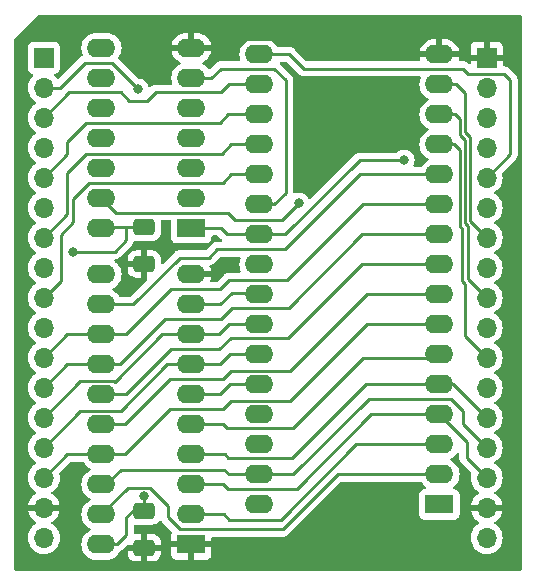
<source format=gbr>
%TF.GenerationSoftware,KiCad,Pcbnew,7.0.10*%
%TF.CreationDate,2024-02-06T22:12:15+01:00*%
%TF.ProjectId,16M2164_Ersatz_SRAM,31364d32-3136-4345-9f45-727361747a5f,1*%
%TF.SameCoordinates,Original*%
%TF.FileFunction,Copper,L2,Bot*%
%TF.FilePolarity,Positive*%
%FSLAX46Y46*%
G04 Gerber Fmt 4.6, Leading zero omitted, Abs format (unit mm)*
G04 Created by KiCad (PCBNEW 7.0.10) date 2024-02-06 22:12:15*
%MOMM*%
%LPD*%
G01*
G04 APERTURE LIST*
G04 Aperture macros list*
%AMRoundRect*
0 Rectangle with rounded corners*
0 $1 Rounding radius*
0 $2 $3 $4 $5 $6 $7 $8 $9 X,Y pos of 4 corners*
0 Add a 4 corners polygon primitive as box body*
4,1,4,$2,$3,$4,$5,$6,$7,$8,$9,$2,$3,0*
0 Add four circle primitives for the rounded corners*
1,1,$1+$1,$2,$3*
1,1,$1+$1,$4,$5*
1,1,$1+$1,$6,$7*
1,1,$1+$1,$8,$9*
0 Add four rect primitives between the rounded corners*
20,1,$1+$1,$2,$3,$4,$5,0*
20,1,$1+$1,$4,$5,$6,$7,0*
20,1,$1+$1,$6,$7,$8,$9,0*
20,1,$1+$1,$8,$9,$2,$3,0*%
G04 Aperture macros list end*
%TA.AperFunction,ComponentPad*%
%ADD10R,2.400000X1.600000*%
%TD*%
%TA.AperFunction,ComponentPad*%
%ADD11O,2.400000X1.600000*%
%TD*%
%TA.AperFunction,ComponentPad*%
%ADD12R,1.700000X1.700000*%
%TD*%
%TA.AperFunction,ComponentPad*%
%ADD13O,1.700000X1.700000*%
%TD*%
%TA.AperFunction,SMDPad,CuDef*%
%ADD14RoundRect,0.250000X-0.650000X0.412500X-0.650000X-0.412500X0.650000X-0.412500X0.650000X0.412500X0*%
%TD*%
%TA.AperFunction,ViaPad*%
%ADD15C,0.800000*%
%TD*%
%TA.AperFunction,Conductor*%
%ADD16C,0.250000*%
%TD*%
G04 APERTURE END LIST*
D10*
%TO.P,U3,1,NC*%
%TO.N,unconnected-(U3-NC-Pad1)*%
X186000000Y-122400000D03*
D11*
%TO.P,U3,2,A16*%
%TO.N,/A1L*%
X186000000Y-119860000D03*
%TO.P,U3,3,A14*%
%TO.N,/A2L*%
X186000000Y-117320000D03*
%TO.P,U3,4,A12*%
%TO.N,A2*%
X186000000Y-114780000D03*
%TO.P,U3,5,A7*%
%TO.N,A0*%
X186000000Y-112240000D03*
%TO.P,U3,6,A6*%
%TO.N,/A0L*%
X186000000Y-109700000D03*
%TO.P,U3,7,A5*%
%TO.N,A3*%
X186000000Y-107160000D03*
%TO.P,U3,8,A4*%
%TO.N,/A3L*%
X186000000Y-104620000D03*
%TO.P,U3,9,A3*%
%TO.N,/A5L*%
X186000000Y-102080000D03*
%TO.P,U3,10,A2*%
%TO.N,A5*%
X186000000Y-99540000D03*
%TO.P,U3,11,A1*%
%TO.N,A4*%
X186000000Y-97000000D03*
%TO.P,U3,12,A0*%
%TO.N,/A4L*%
X186000000Y-94460000D03*
%TO.P,U3,13,Q0*%
%TO.N,D3*%
X186000000Y-91920000D03*
%TO.P,U3,14,Q1*%
%TO.N,D2*%
X186000000Y-89380000D03*
%TO.P,U3,15,Q2*%
%TO.N,D1*%
X186000000Y-86840000D03*
%TO.P,U3,16,GND*%
%TO.N,GND*%
X186000000Y-84300000D03*
%TO.P,U3,17,Q3*%
%TO.N,D0*%
X170760000Y-84300000D03*
%TO.P,U3,18,Q4*%
%TO.N,D4*%
X170760000Y-86840000D03*
%TO.P,U3,19,Q5*%
%TO.N,D5*%
X170760000Y-89380000D03*
%TO.P,U3,20,Q6*%
%TO.N,D6*%
X170760000Y-91920000D03*
%TO.P,U3,21,Q7*%
%TO.N,D7*%
X170760000Y-94460000D03*
%TO.P,U3,22,~{CS1}*%
%TO.N,/{slash}CS*%
X170760000Y-97000000D03*
%TO.P,U3,23,A10*%
%TO.N,{slash}CAS0*%
X170760000Y-99540000D03*
%TO.P,U3,24,~{OE}*%
%TO.N,/{slash}OE*%
X170760000Y-102080000D03*
%TO.P,U3,25,A11*%
%TO.N,/A6L*%
X170760000Y-104620000D03*
%TO.P,U3,26,A9*%
%TO.N,A6*%
X170760000Y-107160000D03*
%TO.P,U3,27,A8*%
%TO.N,A7*%
X170760000Y-109700000D03*
%TO.P,U3,28,A13*%
%TO.N,/A7L*%
X170760000Y-112240000D03*
%TO.P,U3,29,~{WE}*%
%TO.N,{slash}WE*%
X170760000Y-114780000D03*
%TO.P,U3,30,CS2*%
%TO.N,+5V*%
X170760000Y-117320000D03*
%TO.P,U3,31,A15*%
%TO.N,A1*%
X170760000Y-119860000D03*
%TO.P,U3,32,VCC*%
%TO.N,+5V*%
X170760000Y-122400000D03*
%TD*%
D10*
%TO.P,U2,1,EN*%
%TO.N,GND*%
X165000000Y-125780000D03*
D11*
%TO.P,U2,2,Q1*%
%TO.N,/A2L*%
X165000000Y-123240000D03*
%TO.P,U2,3,D1*%
%TO.N,A2*%
X165000000Y-120700000D03*
%TO.P,U2,4,D2*%
%TO.N,A0*%
X165000000Y-118160000D03*
%TO.P,U2,5,Q2*%
%TO.N,/A0L*%
X165000000Y-115620000D03*
%TO.P,U2,6,Q3*%
%TO.N,/A7L*%
X165000000Y-113080000D03*
%TO.P,U2,7,D3*%
%TO.N,A7*%
X165000000Y-110540000D03*
%TO.P,U2,8,D4*%
%TO.N,A6*%
X165000000Y-108000000D03*
%TO.P,U2,9,Q4*%
%TO.N,/A6L*%
X165000000Y-105460000D03*
%TO.P,U2,10,GND*%
%TO.N,GND*%
X165000000Y-102920000D03*
%TO.P,U2,11,C*%
%TO.N,/RAS*%
X157380000Y-102920000D03*
%TO.P,U2,12,Q5*%
%TO.N,/A4L*%
X157380000Y-105460000D03*
%TO.P,U2,13,D5*%
%TO.N,A4*%
X157380000Y-108000000D03*
%TO.P,U2,14,D6*%
%TO.N,A5*%
X157380000Y-110540000D03*
%TO.P,U2,15,Q6*%
%TO.N,/A5L*%
X157380000Y-113080000D03*
%TO.P,U2,16,Q7*%
%TO.N,/A3L*%
X157380000Y-115620000D03*
%TO.P,U2,17,D7*%
%TO.N,A3*%
X157380000Y-118160000D03*
%TO.P,U2,18,D8*%
%TO.N,A1*%
X157380000Y-120700000D03*
%TO.P,U2,19,Q8*%
%TO.N,/A1L*%
X157380000Y-123240000D03*
%TO.P,U2,20,Vcc*%
%TO.N,+5V*%
X157380000Y-125780000D03*
%TD*%
D10*
%TO.P,U1,1,A1*%
%TO.N,{slash}CAS0*%
X165000000Y-99000000D03*
D11*
%TO.P,U1,2,B1*%
%TO.N,{slash}CAS1*%
X165000000Y-96460000D03*
%TO.P,U1,3,Y1*%
%TO.N,/CS*%
X165000000Y-93920000D03*
%TO.P,U1,4,A2*%
X165000000Y-91380000D03*
%TO.P,U1,5,B2*%
X165000000Y-88840000D03*
%TO.P,U1,6,Y2*%
%TO.N,/{slash}CS*%
X165000000Y-86300000D03*
%TO.P,U1,7,GND*%
%TO.N,GND*%
X165000000Y-83760000D03*
%TO.P,U1,8,Y3*%
%TO.N,/RAS*%
X157380000Y-83760000D03*
%TO.P,U1,9,A3*%
%TO.N,{slash}RAS*%
X157380000Y-86300000D03*
%TO.P,U1,10,B3*%
X157380000Y-88840000D03*
%TO.P,U1,11,Y4*%
%TO.N,/{slash}OE*%
X157380000Y-91380000D03*
%TO.P,U1,12,A4*%
%TO.N,{slash}WE*%
X157380000Y-93920000D03*
%TO.P,U1,13,B4*%
X157380000Y-96460000D03*
%TO.P,U1,14,Vcc*%
%TO.N,+5V*%
X157380000Y-99000000D03*
%TD*%
D12*
%TO.P,J2,1,Pin_1*%
%TO.N,GND*%
X190000000Y-84580000D03*
D13*
%TO.P,J2,2,Pin_2*%
%TO.N,{slash}RAS*%
X190000000Y-87120000D03*
%TO.P,J2,3,Pin_3*%
%TO.N,{slash}WE*%
X190000000Y-89660000D03*
%TO.P,J2,4,Pin_4*%
%TO.N,{slash}CAS0*%
X190000000Y-92200000D03*
%TO.P,J2,5,Pin_5*%
%TO.N,D0*%
X190000000Y-94740000D03*
%TO.P,J2,6,Pin_6*%
%TO.N,unconnected-(J2-Pin_6-Pad6)*%
X190000000Y-97280000D03*
%TO.P,J2,7,Pin_7*%
%TO.N,D1*%
X190000000Y-99820000D03*
%TO.P,J2,8,Pin_8*%
%TO.N,unconnected-(J2-Pin_8-Pad8)*%
X190000000Y-102360000D03*
%TO.P,J2,9,Pin_9*%
%TO.N,D2*%
X190000000Y-104900000D03*
%TO.P,J2,10,Pin_10*%
%TO.N,unconnected-(J2-Pin_10-Pad10)*%
X190000000Y-107440000D03*
%TO.P,J2,11,Pin_11*%
%TO.N,D3*%
X190000000Y-109980000D03*
%TO.P,J2,12,Pin_12*%
%TO.N,unconnected-(J2-Pin_12-Pad12)*%
X190000000Y-112520000D03*
%TO.P,J2,13,Pin_13*%
%TO.N,A0*%
X190000000Y-115060000D03*
%TO.P,J2,14,Pin_14*%
%TO.N,A1*%
X190000000Y-117600000D03*
%TO.P,J2,15,Pin_15*%
%TO.N,A2*%
X190000000Y-120140000D03*
%TO.P,J2,16,Pin_16*%
%TO.N,GND*%
X190000000Y-122680000D03*
%TO.P,J2,17,Pin_17*%
%TO.N,+5V*%
X190000000Y-125220000D03*
%TD*%
D12*
%TO.P,J1,1,Pin_1*%
%TO.N,+5V*%
X152500000Y-84580000D03*
D13*
%TO.P,J1,2,Pin_2*%
%TO.N,{slash}CAS1*%
X152500000Y-87120000D03*
%TO.P,J1,3,Pin_3*%
%TO.N,D4*%
X152500000Y-89660000D03*
%TO.P,J1,4,Pin_4*%
%TO.N,unconnected-(J1-Pin_4-Pad4)*%
X152500000Y-92200000D03*
%TO.P,J1,5,Pin_5*%
%TO.N,D5*%
X152500000Y-94740000D03*
%TO.P,J1,6,Pin_6*%
%TO.N,unconnected-(J1-Pin_6-Pad6)*%
X152500000Y-97280000D03*
%TO.P,J1,7,Pin_7*%
%TO.N,D6*%
X152500000Y-99820000D03*
%TO.P,J1,8,Pin_8*%
%TO.N,unconnected-(J1-Pin_8-Pad8)*%
X152500000Y-102360000D03*
%TO.P,J1,9,Pin_9*%
%TO.N,D7*%
X152500000Y-104900000D03*
%TO.P,J1,10,Pin_10*%
%TO.N,unconnected-(J1-Pin_10-Pad10)*%
X152500000Y-107440000D03*
%TO.P,J1,11,Pin_11*%
%TO.N,A4*%
X152500000Y-109980000D03*
%TO.P,J1,12,Pin_12*%
%TO.N,A5*%
X152500000Y-112520000D03*
%TO.P,J1,13,Pin_13*%
%TO.N,A6*%
X152500000Y-115060000D03*
%TO.P,J1,14,Pin_14*%
%TO.N,A7*%
X152500000Y-117600000D03*
%TO.P,J1,15,Pin_15*%
%TO.N,A3*%
X152500000Y-120140000D03*
%TO.P,J1,16,Pin_16*%
%TO.N,GND*%
X152500000Y-122680000D03*
%TO.P,J1,17,Pin_17*%
%TO.N,+5V*%
X152500000Y-125220000D03*
%TD*%
D14*
%TO.P,C2,1*%
%TO.N,+5V*%
X161000000Y-122937500D03*
%TO.P,C2,2*%
%TO.N,GND*%
X161000000Y-126062500D03*
%TD*%
%TO.P,C1,1*%
%TO.N,+5V*%
X161000000Y-98937500D03*
%TO.P,C1,2*%
%TO.N,GND*%
X161000000Y-102062500D03*
%TD*%
D15*
%TO.N,{slash}CAS1*%
X160500000Y-87250000D03*
%TO.N,{slash}WE*%
X174100000Y-96900000D03*
%TO.N,{slash}CAS0*%
X183000000Y-93250000D03*
%TO.N,+5V*%
X155000000Y-101000000D03*
X161000000Y-121725000D03*
%TO.N,GND*%
X174000000Y-94750000D03*
X160000000Y-103500000D03*
X162750000Y-100500000D03*
X183000000Y-86750000D03*
%TD*%
D16*
%TO.N,{slash}CAS1*%
X153880000Y-87120000D02*
X152500000Y-87120000D01*
X156000000Y-85000000D02*
X153880000Y-87120000D01*
X158250000Y-85000000D02*
X156000000Y-85000000D01*
X160500000Y-87250000D02*
X158250000Y-85000000D01*
%TO.N,D4*%
X161250000Y-88250000D02*
X162000000Y-87500000D01*
X159000000Y-87500000D02*
X159750000Y-88250000D01*
X159750000Y-88250000D02*
X161250000Y-88250000D01*
X167500000Y-87500000D02*
X168160000Y-86840000D01*
X162000000Y-87500000D02*
X167500000Y-87500000D01*
X152500000Y-89660000D02*
X154660000Y-87500000D01*
X154660000Y-87500000D02*
X159000000Y-87500000D01*
X168160000Y-86840000D02*
X170760000Y-86840000D01*
%TO.N,D5*%
X152500000Y-94740000D02*
X154500000Y-92740000D01*
X168120000Y-89380000D02*
X170760000Y-89380000D01*
X154500000Y-92740000D02*
X154500000Y-91700000D01*
X156100000Y-90100000D02*
X167400000Y-90100000D01*
X167400000Y-90100000D02*
X168120000Y-89380000D01*
X154500000Y-91700000D02*
X156100000Y-90100000D01*
%TO.N,D6*%
X152500000Y-99820000D02*
X154500000Y-97820000D01*
X167595000Y-92700000D02*
X168375000Y-91920000D01*
X154500000Y-97820000D02*
X154500000Y-94300000D01*
X156100000Y-92700000D02*
X167595000Y-92700000D01*
X154500000Y-94300000D02*
X156100000Y-92700000D01*
X168375000Y-91920000D02*
X170760000Y-91920000D01*
%TO.N,D7*%
X167635000Y-95200000D02*
X168375000Y-94460000D01*
X155000000Y-98500000D02*
X155000000Y-96500000D01*
X153950000Y-99550000D02*
X155000000Y-98500000D01*
X152500000Y-104900000D02*
X153950000Y-103450000D01*
X168375000Y-94460000D02*
X170760000Y-94460000D01*
X155000000Y-96500000D02*
X156300000Y-95200000D01*
X153950000Y-103450000D02*
X153950000Y-99550000D01*
X156300000Y-95200000D02*
X167635000Y-95200000D01*
%TO.N,A4*%
X168200000Y-103400000D02*
X173100000Y-103400000D01*
X179500000Y-97000000D02*
X186000000Y-97000000D01*
X167400000Y-104200000D02*
X168200000Y-103400000D01*
X154480000Y-108000000D02*
X157380000Y-108000000D01*
X163300000Y-104200000D02*
X167400000Y-104200000D01*
X173100000Y-103400000D02*
X179500000Y-97000000D01*
X159500000Y-108000000D02*
X163300000Y-104200000D01*
X152500000Y-109980000D02*
X154480000Y-108000000D01*
X157380000Y-108000000D02*
X159500000Y-108000000D01*
%TO.N,A5*%
X167500000Y-106700000D02*
X168455000Y-105745000D01*
X173255000Y-105745000D02*
X179460000Y-99540000D01*
X154480000Y-110540000D02*
X157380000Y-110540000D01*
X179460000Y-99540000D02*
X186000000Y-99540000D01*
X152500000Y-112520000D02*
X154480000Y-110540000D01*
X162800000Y-106700000D02*
X167500000Y-106700000D01*
X158960000Y-110540000D02*
X162800000Y-106700000D01*
X168455000Y-105745000D02*
X173255000Y-105745000D01*
X157380000Y-110540000D02*
X158960000Y-110540000D01*
%TO.N,A6*%
X155605000Y-111955000D02*
X152500000Y-115060000D01*
X165000000Y-108000000D02*
X167350000Y-108000000D01*
X164550000Y-108186396D02*
X164681802Y-108318198D01*
X158455000Y-111955000D02*
X155605000Y-111955000D01*
X165000000Y-108000000D02*
X162500000Y-108000000D01*
X168190000Y-107160000D02*
X170760000Y-107160000D01*
X162500000Y-108000000D02*
X158500000Y-112000000D01*
X167350000Y-108000000D02*
X168190000Y-107160000D01*
X158500000Y-112000000D02*
X158455000Y-111955000D01*
%TO.N,A7*%
X152500000Y-117600000D02*
X155605000Y-114495000D01*
X167460000Y-110540000D02*
X165000000Y-110540000D01*
X162960000Y-110540000D02*
X165000000Y-110540000D01*
X159000000Y-114500000D02*
X162960000Y-110540000D01*
X155605000Y-114495000D02*
X158995000Y-114495000D01*
X170760000Y-109700000D02*
X168300000Y-109700000D01*
X168300000Y-109700000D02*
X167460000Y-110540000D01*
X158995000Y-114495000D02*
X159000000Y-114500000D01*
%TO.N,A3*%
X157380000Y-118160000D02*
X159340000Y-118160000D01*
X152500000Y-120140000D02*
X154480000Y-118160000D01*
X167700000Y-114300000D02*
X168345000Y-113655000D01*
X168345000Y-113655000D02*
X173345000Y-113655000D01*
X179840000Y-107160000D02*
X186000000Y-107160000D01*
X154480000Y-118160000D02*
X157380000Y-118160000D01*
X163200000Y-114300000D02*
X167700000Y-114300000D01*
X173345000Y-113655000D02*
X179840000Y-107160000D01*
X159340000Y-118160000D02*
X163200000Y-114300000D01*
%TO.N,{slash}WE*%
X172700000Y-98300000D02*
X168675000Y-98300000D01*
X168675000Y-98300000D02*
X168075000Y-97700000D01*
X168075000Y-97700000D02*
X158620000Y-97700000D01*
X158620000Y-97700000D02*
X157380000Y-96460000D01*
X174100000Y-96900000D02*
X172700000Y-98300000D01*
%TO.N,{slash}CAS0*%
X165000000Y-99000000D02*
X167500000Y-99000000D01*
X183000000Y-93250000D02*
X179250000Y-93250000D01*
X179250000Y-93250000D02*
X172960000Y-99540000D01*
X168040000Y-99540000D02*
X170760000Y-99540000D01*
X172960000Y-99540000D02*
X170760000Y-99540000D01*
X167500000Y-99000000D02*
X168040000Y-99540000D01*
%TO.N,D0*%
X173300000Y-84300000D02*
X170760000Y-84300000D01*
X192000000Y-86500000D02*
X191445000Y-85945000D01*
X191445000Y-85945000D02*
X188445000Y-85945000D01*
X192000000Y-92740000D02*
X192000000Y-86500000D01*
X188000000Y-85500000D02*
X174500000Y-85500000D01*
X190000000Y-94740000D02*
X192000000Y-92740000D01*
X188445000Y-85945000D02*
X188000000Y-85500000D01*
X174500000Y-85500000D02*
X173300000Y-84300000D01*
%TO.N,D1*%
X188200000Y-87600000D02*
X188200000Y-90900000D01*
X188200000Y-90900000D02*
X188600000Y-91300000D01*
X186000000Y-86840000D02*
X187440000Y-86840000D01*
X187440000Y-86840000D02*
X188200000Y-87600000D01*
X188600000Y-98420000D02*
X190000000Y-99820000D01*
X188600000Y-91300000D02*
X188600000Y-98420000D01*
%TO.N,D2*%
X187280000Y-89380000D02*
X186000000Y-89380000D01*
X188150000Y-98606396D02*
X188150000Y-91530000D01*
X187700000Y-91080000D02*
X187700000Y-89800000D01*
X188400000Y-98856396D02*
X188150000Y-98606396D01*
X187700000Y-89800000D02*
X187280000Y-89380000D01*
X188400000Y-103300000D02*
X188400000Y-98856396D01*
X188150000Y-91530000D02*
X187700000Y-91080000D01*
X190000000Y-104900000D02*
X188400000Y-103300000D01*
%TO.N,D3*%
X187700000Y-92400000D02*
X187700000Y-98792792D01*
X188200000Y-108180000D02*
X190000000Y-109980000D01*
X187950000Y-103486396D02*
X188200000Y-103736396D01*
X186000000Y-91920000D02*
X187220000Y-91920000D01*
X187950000Y-99042792D02*
X187950000Y-103486396D01*
X187220000Y-91920000D02*
X187700000Y-92400000D01*
X188200000Y-103736396D02*
X188200000Y-108180000D01*
X187700000Y-98792792D02*
X187950000Y-99042792D01*
%TO.N,A0*%
X190000000Y-115060000D02*
X187180000Y-112240000D01*
X168100000Y-118445000D02*
X173555000Y-118445000D01*
X165000000Y-118160000D02*
X167815000Y-118160000D01*
X179760000Y-112240000D02*
X186000000Y-112240000D01*
X173555000Y-118445000D02*
X179760000Y-112240000D01*
X167815000Y-118160000D02*
X168100000Y-118445000D01*
X187180000Y-112240000D02*
X186000000Y-112240000D01*
%TO.N,A1*%
X157800000Y-120700000D02*
X157380000Y-120700000D01*
X188000000Y-115600000D02*
X190000000Y-117600000D01*
X170760000Y-119860000D02*
X168160000Y-119860000D01*
X187000000Y-113500000D02*
X188000000Y-114500000D01*
X170760000Y-119860000D02*
X173640000Y-119860000D01*
X180000000Y-113500000D02*
X187000000Y-113500000D01*
X159000000Y-119500000D02*
X157800000Y-120700000D01*
X168160000Y-119860000D02*
X167800000Y-119500000D01*
X173640000Y-119860000D02*
X180000000Y-113500000D01*
X188000000Y-114500000D02*
X188000000Y-115600000D01*
X167800000Y-119500000D02*
X159000000Y-119500000D01*
%TO.N,A2*%
X188300000Y-117080000D02*
X186000000Y-114780000D01*
X180220000Y-114780000D02*
X186000000Y-114780000D01*
X190000000Y-120140000D02*
X188300000Y-118440000D01*
X188300000Y-118440000D02*
X188300000Y-117080000D01*
X173900000Y-121100000D02*
X180220000Y-114780000D01*
X167700000Y-120700000D02*
X168100000Y-121100000D01*
X165000000Y-120700000D02*
X167700000Y-120700000D01*
X168100000Y-121100000D02*
X173900000Y-121100000D01*
%TO.N,/{slash}CS*%
X167500000Y-85500000D02*
X172000000Y-85500000D01*
X172000000Y-85500000D02*
X173000000Y-86500000D01*
X166700000Y-86300000D02*
X167500000Y-85500000D01*
X173000000Y-96000000D02*
X172000000Y-97000000D01*
X172000000Y-97000000D02*
X170760000Y-97000000D01*
X165000000Y-86300000D02*
X166700000Y-86300000D01*
X173000000Y-86500000D02*
X173000000Y-96000000D01*
%TO.N,/A0L*%
X165000000Y-115620000D02*
X167715000Y-115620000D01*
X173595000Y-115905000D02*
X179500000Y-110000000D01*
X179500000Y-110000000D02*
X185663604Y-110000000D01*
X185663604Y-110000000D02*
X185681802Y-110018198D01*
X167715000Y-115620000D02*
X168000000Y-115905000D01*
X168000000Y-115905000D02*
X173595000Y-115905000D01*
%TO.N,/A1L*%
X177390000Y-119860000D02*
X186000000Y-119860000D01*
X163000000Y-122500000D02*
X163000000Y-123500000D01*
X164000000Y-124500000D02*
X172750000Y-124500000D01*
X157380000Y-123240000D02*
X159620000Y-121000000D01*
X161500000Y-121000000D02*
X163000000Y-122500000D01*
X163000000Y-123500000D02*
X164000000Y-124500000D01*
X172750000Y-124500000D02*
X177390000Y-119860000D01*
X159620000Y-121000000D02*
X161500000Y-121000000D01*
%TO.N,/A2L*%
X168200000Y-123700000D02*
X172550000Y-123700000D01*
X172550000Y-123700000D02*
X178930000Y-117320000D01*
X178930000Y-117320000D02*
X186000000Y-117320000D01*
X167740000Y-123240000D02*
X168200000Y-123700000D01*
X165000000Y-123240000D02*
X167740000Y-123240000D01*
%TO.N,/A3L*%
X157380000Y-115620000D02*
X157500000Y-115500000D01*
X157500000Y-115500000D02*
X157500000Y-116000000D01*
X167700000Y-111800000D02*
X168385000Y-111115000D01*
X173385000Y-111115000D02*
X179880000Y-104620000D01*
X168385000Y-111115000D02*
X173385000Y-111115000D01*
X159380000Y-115620000D02*
X163200000Y-111800000D01*
X179880000Y-104620000D02*
X186000000Y-104620000D01*
X157380000Y-115620000D02*
X159380000Y-115620000D01*
X163200000Y-111800000D02*
X167700000Y-111800000D01*
%TO.N,/A4L*%
X164000000Y-101500000D02*
X160040000Y-105460000D01*
X179290000Y-94460000D02*
X172950000Y-100800000D01*
X166500000Y-101500000D02*
X164000000Y-101500000D01*
X186000000Y-94460000D02*
X179290000Y-94460000D01*
X167200000Y-100800000D02*
X166500000Y-101500000D01*
X160040000Y-105460000D02*
X157380000Y-105460000D01*
X172950000Y-100800000D02*
X167200000Y-100800000D01*
%TO.N,/A5L*%
X157380000Y-113080000D02*
X159420000Y-113080000D01*
X167350000Y-109250000D02*
X168315000Y-108285000D01*
X163250000Y-109250000D02*
X167350000Y-109250000D01*
X168315000Y-108285000D02*
X173215000Y-108285000D01*
X159420000Y-113080000D02*
X163250000Y-109250000D01*
X173215000Y-108285000D02*
X179420000Y-102080000D01*
X179420000Y-102080000D02*
X186000000Y-102080000D01*
%TO.N,/A6L*%
X167440000Y-105460000D02*
X165000000Y-105460000D01*
X170640000Y-104500000D02*
X168400000Y-104500000D01*
X170475000Y-104335000D02*
X170760000Y-104620000D01*
X168400000Y-104500000D02*
X167440000Y-105460000D01*
X170760000Y-104620000D02*
X170640000Y-104500000D01*
%TO.N,/A7L*%
X168260000Y-112240000D02*
X168000000Y-112500000D01*
X170760000Y-112240000D02*
X168260000Y-112240000D01*
X167420000Y-113080000D02*
X168000000Y-112500000D01*
X165000000Y-113080000D02*
X167420000Y-113080000D01*
%TO.N,+5V*%
X161000000Y-122937500D02*
X161000000Y-121725000D01*
X159500000Y-100000000D02*
X159500000Y-98937500D01*
X158500000Y-101000000D02*
X159500000Y-100000000D01*
X159500000Y-123500000D02*
X159500000Y-125000000D01*
X157442500Y-98937500D02*
X157380000Y-99000000D01*
X158720000Y-125780000D02*
X157380000Y-125780000D01*
X161000000Y-122937500D02*
X160062500Y-122937500D01*
X159500000Y-125000000D02*
X158720000Y-125780000D01*
X159500000Y-98937500D02*
X157442500Y-98937500D01*
X160062500Y-122937500D02*
X159500000Y-123500000D01*
X161000000Y-98937500D02*
X159500000Y-98937500D01*
X155000000Y-101000000D02*
X158500000Y-101000000D01*
%TO.N,GND*%
X188300000Y-124380000D02*
X186900000Y-125780000D01*
X151700000Y-127200000D02*
X158500000Y-127200000D01*
X187800000Y-84300000D02*
X186000000Y-84300000D01*
X168000000Y-83000000D02*
X174000000Y-83000000D01*
X167240000Y-83760000D02*
X168000000Y-83000000D01*
X163170000Y-125780000D02*
X162887500Y-126062500D01*
X152500000Y-122680000D02*
X151120000Y-122680000D01*
X161000000Y-103300000D02*
X160800000Y-103500000D01*
X158500000Y-127200000D02*
X159637500Y-126062500D01*
X151120000Y-122680000D02*
X151000000Y-122800000D01*
X165000000Y-125780000D02*
X163170000Y-125780000D01*
X190000000Y-84580000D02*
X188080000Y-84580000D01*
X162887500Y-126062500D02*
X161000000Y-126062500D01*
X159637500Y-126062500D02*
X161000000Y-126062500D01*
X151000000Y-122800000D02*
X151000000Y-126500000D01*
X165000000Y-83760000D02*
X167240000Y-83760000D01*
X161000000Y-102062500D02*
X161000000Y-103300000D01*
X188080000Y-84580000D02*
X187800000Y-84300000D01*
X190000000Y-122680000D02*
X188320000Y-122680000D01*
X188300000Y-122700000D02*
X188300000Y-124380000D01*
X160800000Y-103500000D02*
X160000000Y-103500000D01*
X174000000Y-83000000D02*
X175300000Y-84300000D01*
X186900000Y-125780000D02*
X165000000Y-125780000D01*
X188320000Y-122680000D02*
X188300000Y-122700000D01*
X175300000Y-84300000D02*
X186000000Y-84300000D01*
X151000000Y-126500000D02*
X151700000Y-127200000D01*
%TD*%
%TA.AperFunction,Conductor*%
%TO.N,GND*%
G36*
X163242539Y-98345185D02*
G01*
X163288294Y-98397989D01*
X163299500Y-98449500D01*
X163299500Y-99847870D01*
X163299501Y-99847876D01*
X163305908Y-99907483D01*
X163356202Y-100042328D01*
X163356206Y-100042335D01*
X163442452Y-100157544D01*
X163442455Y-100157547D01*
X163557664Y-100243793D01*
X163557671Y-100243797D01*
X163692517Y-100294091D01*
X163692516Y-100294091D01*
X163699444Y-100294835D01*
X163752127Y-100300500D01*
X166247872Y-100300499D01*
X166307483Y-100294091D01*
X166442331Y-100243796D01*
X166557546Y-100157546D01*
X166643796Y-100042331D01*
X166694091Y-99907483D01*
X166700500Y-99847873D01*
X166700500Y-99749500D01*
X166720185Y-99682461D01*
X166772989Y-99636706D01*
X166824500Y-99625500D01*
X167189548Y-99625500D01*
X167256587Y-99645185D01*
X167277229Y-99661819D01*
X167539197Y-99923788D01*
X167549022Y-99936051D01*
X167549243Y-99935869D01*
X167554210Y-99941874D01*
X167573627Y-99960107D01*
X167609022Y-100020348D01*
X167606230Y-100090162D01*
X167566137Y-100147383D01*
X167501472Y-100173845D01*
X167488744Y-100174500D01*
X167282737Y-100174500D01*
X167267120Y-100172776D01*
X167267093Y-100173062D01*
X167259331Y-100172327D01*
X167192144Y-100174439D01*
X167188250Y-100174500D01*
X167160650Y-100174500D01*
X167156962Y-100174965D01*
X167156649Y-100175005D01*
X167145031Y-100175918D01*
X167101372Y-100177290D01*
X167101369Y-100177291D01*
X167082126Y-100182881D01*
X167063083Y-100186825D01*
X167043204Y-100189336D01*
X167043203Y-100189337D01*
X167002593Y-100205415D01*
X166991548Y-100209197D01*
X166949608Y-100221383D01*
X166949604Y-100221385D01*
X166932365Y-100231580D01*
X166914898Y-100240137D01*
X166896269Y-100247512D01*
X166896267Y-100247514D01*
X166860926Y-100273189D01*
X166851168Y-100279599D01*
X166813580Y-100301828D01*
X166799408Y-100316000D01*
X166784623Y-100328628D01*
X166768412Y-100340407D01*
X166740571Y-100374059D01*
X166732711Y-100382696D01*
X166277228Y-100838181D01*
X166215905Y-100871666D01*
X166189547Y-100874500D01*
X164082743Y-100874500D01*
X164067122Y-100872775D01*
X164067095Y-100873061D01*
X164059333Y-100872326D01*
X163992113Y-100874439D01*
X163988219Y-100874500D01*
X163960650Y-100874500D01*
X163956673Y-100875002D01*
X163945042Y-100875917D01*
X163901374Y-100877289D01*
X163901368Y-100877290D01*
X163882126Y-100882880D01*
X163863087Y-100886823D01*
X163843217Y-100889334D01*
X163843203Y-100889337D01*
X163802598Y-100905413D01*
X163791554Y-100909194D01*
X163749614Y-100921379D01*
X163749610Y-100921381D01*
X163732366Y-100931579D01*
X163714905Y-100940133D01*
X163696274Y-100947510D01*
X163696262Y-100947517D01*
X163660933Y-100973185D01*
X163651173Y-100979596D01*
X163613580Y-101001829D01*
X163599414Y-101015995D01*
X163584624Y-101028627D01*
X163568414Y-101040404D01*
X163568411Y-101040407D01*
X163540573Y-101074058D01*
X163532711Y-101082697D01*
X162611680Y-102003728D01*
X162550357Y-102037213D01*
X162480665Y-102032229D01*
X162424732Y-101990357D01*
X162400315Y-101924893D01*
X162399999Y-101916047D01*
X162399999Y-101600028D01*
X162399998Y-101600013D01*
X162389505Y-101497302D01*
X162334358Y-101330880D01*
X162334356Y-101330875D01*
X162242315Y-101181654D01*
X162118345Y-101057684D01*
X161969124Y-100965643D01*
X161969119Y-100965641D01*
X161802697Y-100910494D01*
X161802690Y-100910493D01*
X161699986Y-100900000D01*
X161250000Y-100900000D01*
X161250000Y-103239528D01*
X161266008Y-103268845D01*
X161261024Y-103338537D01*
X161232523Y-103382884D01*
X159817228Y-104798181D01*
X159755905Y-104831666D01*
X159729547Y-104834500D01*
X158994188Y-104834500D01*
X158927149Y-104814815D01*
X158892613Y-104781623D01*
X158780045Y-104620858D01*
X158619141Y-104459954D01*
X158432734Y-104329432D01*
X158432728Y-104329429D01*
X158374725Y-104302382D01*
X158322285Y-104256210D01*
X158303133Y-104189017D01*
X158323348Y-104122135D01*
X158374725Y-104077618D01*
X158432734Y-104050568D01*
X158619139Y-103920047D01*
X158780047Y-103759139D01*
X158910568Y-103572734D01*
X159006739Y-103366496D01*
X159065635Y-103146692D01*
X159085468Y-102920000D01*
X159065635Y-102693308D01*
X159006739Y-102473504D01*
X158931661Y-102312500D01*
X159600001Y-102312500D01*
X159600001Y-102524986D01*
X159610494Y-102627697D01*
X159665641Y-102794119D01*
X159665643Y-102794124D01*
X159757684Y-102943345D01*
X159881654Y-103067315D01*
X160030875Y-103159356D01*
X160030880Y-103159358D01*
X160197302Y-103214505D01*
X160197309Y-103214506D01*
X160300019Y-103224999D01*
X160749999Y-103224999D01*
X160750000Y-103224998D01*
X160750000Y-102312500D01*
X159600001Y-102312500D01*
X158931661Y-102312500D01*
X158910568Y-102267266D01*
X158810670Y-102124596D01*
X158780045Y-102080858D01*
X158619141Y-101919954D01*
X158523959Y-101853308D01*
X158517327Y-101848664D01*
X158488420Y-101812500D01*
X159600000Y-101812500D01*
X160750000Y-101812500D01*
X160750000Y-100900000D01*
X160300028Y-100900000D01*
X160300012Y-100900001D01*
X160197302Y-100910494D01*
X160030880Y-100965641D01*
X160030875Y-100965643D01*
X159881654Y-101057684D01*
X159757684Y-101181654D01*
X159665643Y-101330875D01*
X159665641Y-101330880D01*
X159610494Y-101497302D01*
X159610493Y-101497309D01*
X159600000Y-101600013D01*
X159600000Y-101812500D01*
X158488420Y-101812500D01*
X158473703Y-101794089D01*
X158466509Y-101724590D01*
X158498031Y-101662236D01*
X158558261Y-101626821D01*
X158584558Y-101623151D01*
X158585365Y-101623125D01*
X158598627Y-101622709D01*
X158617869Y-101617117D01*
X158636912Y-101613174D01*
X158656792Y-101610664D01*
X158697401Y-101594585D01*
X158708444Y-101590803D01*
X158750390Y-101578618D01*
X158767629Y-101568422D01*
X158785103Y-101559862D01*
X158803727Y-101552488D01*
X158803727Y-101552487D01*
X158803732Y-101552486D01*
X158839083Y-101526800D01*
X158848814Y-101520408D01*
X158886420Y-101498170D01*
X158900589Y-101483999D01*
X158915379Y-101471368D01*
X158931587Y-101459594D01*
X158959438Y-101425926D01*
X158967279Y-101417309D01*
X159883786Y-100500802D01*
X159896048Y-100490980D01*
X159895865Y-100490759D01*
X159901868Y-100485791D01*
X159901877Y-100485786D01*
X159947934Y-100436739D01*
X159950582Y-100434006D01*
X159970120Y-100414470D01*
X159972570Y-100411310D01*
X159980154Y-100402429D01*
X160010062Y-100370582D01*
X160019714Y-100353023D01*
X160030389Y-100336772D01*
X160042674Y-100320936D01*
X160060030Y-100280825D01*
X160065161Y-100270354D01*
X160086194Y-100232098D01*
X160086194Y-100232097D01*
X160086197Y-100232092D01*
X160091180Y-100212680D01*
X160097477Y-100194291D01*
X160105438Y-100175895D01*
X160105438Y-100175891D01*
X160108538Y-100168730D01*
X160111556Y-100170036D01*
X160140966Y-100123856D01*
X160204401Y-100094570D01*
X160235153Y-100093876D01*
X160299991Y-100100500D01*
X161700008Y-100100499D01*
X161802797Y-100089999D01*
X161969334Y-100034814D01*
X162118656Y-99942712D01*
X162242712Y-99818656D01*
X162334814Y-99669334D01*
X162389999Y-99502797D01*
X162400500Y-99400009D01*
X162400499Y-98474992D01*
X162399182Y-98462102D01*
X162411950Y-98393411D01*
X162459830Y-98342526D01*
X162522540Y-98325500D01*
X163175500Y-98325500D01*
X163242539Y-98345185D01*
G37*
%TD.AperFunction*%
%TA.AperFunction,Conductor*%
G36*
X169102653Y-101445185D02*
G01*
X169148408Y-101497989D01*
X169158352Y-101567147D01*
X169147996Y-101601904D01*
X169143913Y-101610662D01*
X169133262Y-101633502D01*
X169133258Y-101633511D01*
X169074366Y-101853302D01*
X169074364Y-101853313D01*
X169054532Y-102079998D01*
X169054532Y-102080001D01*
X169074364Y-102306686D01*
X169074366Y-102306697D01*
X169133258Y-102526488D01*
X169133263Y-102526502D01*
X169166648Y-102598096D01*
X169177140Y-102667173D01*
X169148620Y-102730957D01*
X169090143Y-102769196D01*
X169054266Y-102774500D01*
X168282743Y-102774500D01*
X168267122Y-102772775D01*
X168267096Y-102773061D01*
X168259334Y-102772327D01*
X168259333Y-102772327D01*
X168197109Y-102774282D01*
X168192127Y-102774439D01*
X168188232Y-102774500D01*
X168160647Y-102774500D01*
X168156661Y-102775003D01*
X168145033Y-102775918D01*
X168101373Y-102777290D01*
X168082129Y-102782881D01*
X168063079Y-102786825D01*
X168043211Y-102789334D01*
X168043210Y-102789334D01*
X168002599Y-102805413D01*
X167991554Y-102809194D01*
X167949614Y-102821379D01*
X167949610Y-102821381D01*
X167932366Y-102831579D01*
X167914905Y-102840133D01*
X167896274Y-102847510D01*
X167896262Y-102847517D01*
X167860933Y-102873185D01*
X167851173Y-102879596D01*
X167813580Y-102901829D01*
X167799414Y-102915995D01*
X167784624Y-102928627D01*
X167768414Y-102940404D01*
X167768411Y-102940407D01*
X167740573Y-102974058D01*
X167732711Y-102982697D01*
X167177228Y-103538181D01*
X167115905Y-103571666D01*
X167089547Y-103574500D01*
X166723834Y-103574500D01*
X166656795Y-103554815D01*
X166611040Y-103502011D01*
X166601096Y-103432853D01*
X166611452Y-103398095D01*
X166626266Y-103366326D01*
X166626269Y-103366317D01*
X166678872Y-103170000D01*
X165315686Y-103170000D01*
X165327641Y-103158045D01*
X165385165Y-103045148D01*
X165404986Y-102920000D01*
X165385165Y-102794852D01*
X165327641Y-102681955D01*
X165315686Y-102670000D01*
X166678872Y-102670000D01*
X166678872Y-102669999D01*
X166626269Y-102473682D01*
X166626265Y-102473673D01*
X166539978Y-102288629D01*
X166529486Y-102219551D01*
X166558006Y-102155767D01*
X166616482Y-102117528D01*
X166616612Y-102117489D01*
X166616705Y-102117461D01*
X166636912Y-102113174D01*
X166656792Y-102110664D01*
X166697401Y-102094585D01*
X166708444Y-102090803D01*
X166750390Y-102078618D01*
X166767629Y-102068422D01*
X166785103Y-102059862D01*
X166803727Y-102052488D01*
X166803727Y-102052487D01*
X166803732Y-102052486D01*
X166839083Y-102026800D01*
X166848814Y-102020408D01*
X166886420Y-101998170D01*
X166900589Y-101983999D01*
X166915379Y-101971368D01*
X166931587Y-101959594D01*
X166959438Y-101925926D01*
X166967269Y-101917319D01*
X167422773Y-101461816D01*
X167484095Y-101428334D01*
X167510453Y-101425500D01*
X169035614Y-101425500D01*
X169102653Y-101445185D01*
G37*
%TD.AperFunction*%
%TA.AperFunction,Conductor*%
G36*
X173056587Y-84945185D02*
G01*
X173077228Y-84961818D01*
X173540697Y-85425288D01*
X173999197Y-85883788D01*
X174009022Y-85896051D01*
X174009243Y-85895869D01*
X174014211Y-85901874D01*
X174014213Y-85901876D01*
X174014214Y-85901877D01*
X174063222Y-85947899D01*
X174066021Y-85950612D01*
X174085522Y-85970114D01*
X174085526Y-85970117D01*
X174085529Y-85970120D01*
X174088702Y-85972581D01*
X174097574Y-85980159D01*
X174129418Y-86010062D01*
X174146976Y-86019714D01*
X174163235Y-86030395D01*
X174179064Y-86042673D01*
X174219155Y-86060021D01*
X174229626Y-86065151D01*
X174252180Y-86077550D01*
X174267902Y-86086194D01*
X174267904Y-86086195D01*
X174267908Y-86086197D01*
X174287316Y-86091180D01*
X174305719Y-86097481D01*
X174324101Y-86105436D01*
X174324102Y-86105436D01*
X174324104Y-86105437D01*
X174367250Y-86112270D01*
X174378672Y-86114636D01*
X174420981Y-86125500D01*
X174441016Y-86125500D01*
X174460414Y-86127026D01*
X174480194Y-86130159D01*
X174480195Y-86130160D01*
X174480195Y-86130159D01*
X174480196Y-86130160D01*
X174523675Y-86126050D01*
X174535344Y-86125500D01*
X184303593Y-86125500D01*
X184370632Y-86145185D01*
X184416387Y-86197989D01*
X184426331Y-86267147D01*
X184415975Y-86301902D01*
X184409112Y-86316622D01*
X184373261Y-86393502D01*
X184373258Y-86393511D01*
X184314366Y-86613302D01*
X184314364Y-86613313D01*
X184294532Y-86839998D01*
X184294532Y-86840001D01*
X184314364Y-87066686D01*
X184314366Y-87066697D01*
X184373258Y-87286488D01*
X184373261Y-87286497D01*
X184469431Y-87492732D01*
X184469432Y-87492734D01*
X184599954Y-87679141D01*
X184760858Y-87840045D01*
X184760861Y-87840047D01*
X184947266Y-87970568D01*
X185005275Y-87997618D01*
X185057714Y-88043791D01*
X185076866Y-88110984D01*
X185056650Y-88177865D01*
X185005275Y-88222382D01*
X184947267Y-88249431D01*
X184947265Y-88249432D01*
X184760858Y-88379954D01*
X184599954Y-88540858D01*
X184469432Y-88727265D01*
X184469431Y-88727267D01*
X184373261Y-88933502D01*
X184373258Y-88933511D01*
X184314366Y-89153302D01*
X184314364Y-89153313D01*
X184294532Y-89379998D01*
X184294532Y-89380001D01*
X184314364Y-89606686D01*
X184314366Y-89606697D01*
X184373258Y-89826488D01*
X184373261Y-89826497D01*
X184469431Y-90032732D01*
X184469432Y-90032734D01*
X184599954Y-90219141D01*
X184760858Y-90380045D01*
X184760861Y-90380047D01*
X184947266Y-90510568D01*
X185005275Y-90537618D01*
X185057714Y-90583791D01*
X185076866Y-90650984D01*
X185056650Y-90717865D01*
X185005275Y-90762382D01*
X184947267Y-90789431D01*
X184947265Y-90789432D01*
X184760858Y-90919954D01*
X184599954Y-91080858D01*
X184469432Y-91267265D01*
X184469431Y-91267267D01*
X184373261Y-91473502D01*
X184373258Y-91473511D01*
X184314366Y-91693302D01*
X184314364Y-91693313D01*
X184294532Y-91919998D01*
X184294532Y-91920001D01*
X184314364Y-92146686D01*
X184314366Y-92146697D01*
X184373258Y-92366488D01*
X184373261Y-92366497D01*
X184469431Y-92572732D01*
X184469432Y-92572734D01*
X184599954Y-92759141D01*
X184760858Y-92920045D01*
X184760861Y-92920047D01*
X184947266Y-93050568D01*
X185003424Y-93076755D01*
X185005275Y-93077618D01*
X185057714Y-93123791D01*
X185076866Y-93190984D01*
X185056650Y-93257865D01*
X185005275Y-93302382D01*
X184947267Y-93329431D01*
X184947265Y-93329432D01*
X184760858Y-93459954D01*
X184599954Y-93620858D01*
X184487387Y-93781623D01*
X184432811Y-93825248D01*
X184385812Y-93834500D01*
X183917121Y-93834500D01*
X183850082Y-93814815D01*
X183804327Y-93762011D01*
X183794383Y-93692853D01*
X183809733Y-93648501D01*
X183827179Y-93618284D01*
X183885674Y-93438256D01*
X183905460Y-93250000D01*
X183885674Y-93061744D01*
X183827179Y-92881716D01*
X183732533Y-92717784D01*
X183605871Y-92577112D01*
X183605870Y-92577111D01*
X183452734Y-92465851D01*
X183452729Y-92465848D01*
X183279807Y-92388857D01*
X183279802Y-92388855D01*
X183134001Y-92357865D01*
X183094646Y-92349500D01*
X182905354Y-92349500D01*
X182872897Y-92356398D01*
X182720197Y-92388855D01*
X182720192Y-92388857D01*
X182547270Y-92465848D01*
X182547265Y-92465851D01*
X182394130Y-92577110D01*
X182394126Y-92577114D01*
X182388400Y-92583474D01*
X182328913Y-92620121D01*
X182296252Y-92624500D01*
X179332737Y-92624500D01*
X179317120Y-92622776D01*
X179317093Y-92623062D01*
X179309331Y-92622327D01*
X179242144Y-92624439D01*
X179238250Y-92624500D01*
X179210650Y-92624500D01*
X179206962Y-92624965D01*
X179206649Y-92625005D01*
X179195031Y-92625918D01*
X179151377Y-92627290D01*
X179151367Y-92627292D01*
X179132134Y-92632879D01*
X179113094Y-92636822D01*
X179093217Y-92639334D01*
X179093210Y-92639335D01*
X179093208Y-92639336D01*
X179093206Y-92639336D01*
X179093205Y-92639337D01*
X179052584Y-92655419D01*
X179041537Y-92659201D01*
X178999611Y-92671382D01*
X178999608Y-92671383D01*
X178982363Y-92681581D01*
X178964901Y-92690135D01*
X178946272Y-92697511D01*
X178946267Y-92697514D01*
X178910926Y-92723189D01*
X178901168Y-92729599D01*
X178863580Y-92751828D01*
X178849408Y-92766000D01*
X178834623Y-92778628D01*
X178820039Y-92789225D01*
X178818412Y-92790407D01*
X178790571Y-92824059D01*
X178782711Y-92832696D01*
X175098734Y-96516673D01*
X175037411Y-96550158D01*
X174967719Y-96545174D01*
X174911786Y-96503302D01*
X174903676Y-96491008D01*
X174832533Y-96367784D01*
X174705871Y-96227112D01*
X174705870Y-96227111D01*
X174552734Y-96115851D01*
X174552729Y-96115848D01*
X174379807Y-96038857D01*
X174379802Y-96038855D01*
X174234001Y-96007865D01*
X174194646Y-95999500D01*
X174005354Y-95999500D01*
X173989909Y-96002783D01*
X173820197Y-96038855D01*
X173820196Y-96038855D01*
X173799935Y-96047877D01*
X173730685Y-96057161D01*
X173667409Y-96027532D01*
X173630196Y-95968397D01*
X173625500Y-95934597D01*
X173625500Y-86582742D01*
X173627224Y-86567122D01*
X173626939Y-86567095D01*
X173627673Y-86559333D01*
X173625561Y-86492112D01*
X173625500Y-86488218D01*
X173625500Y-86460656D01*
X173625500Y-86460650D01*
X173624996Y-86456668D01*
X173624081Y-86445029D01*
X173622710Y-86401373D01*
X173617119Y-86382130D01*
X173613173Y-86363078D01*
X173610664Y-86343208D01*
X173594579Y-86302583D01*
X173590806Y-86291562D01*
X173578618Y-86249610D01*
X173578617Y-86249609D01*
X173578617Y-86249607D01*
X173578616Y-86249606D01*
X173568423Y-86232371D01*
X173559861Y-86214894D01*
X173552487Y-86196269D01*
X173526816Y-86160937D01*
X173520405Y-86151177D01*
X173498170Y-86113580D01*
X173498168Y-86113578D01*
X173498165Y-86113574D01*
X173484006Y-86099415D01*
X173471368Y-86084619D01*
X173463146Y-86073302D01*
X173459594Y-86068413D01*
X173428479Y-86042673D01*
X173425940Y-86040572D01*
X173417299Y-86032709D01*
X172521772Y-85137181D01*
X172488287Y-85075858D01*
X172493271Y-85006166D01*
X172535143Y-84950233D01*
X172600607Y-84925816D01*
X172609453Y-84925500D01*
X172989548Y-84925500D01*
X173056587Y-84945185D01*
G37*
%TD.AperFunction*%
%TA.AperFunction,Conductor*%
G36*
X192942539Y-81020185D02*
G01*
X192988294Y-81072989D01*
X192999500Y-81124500D01*
X192999500Y-127875500D01*
X192979815Y-127942539D01*
X192927011Y-127988294D01*
X192875500Y-127999500D01*
X150124500Y-127999500D01*
X150057461Y-127979815D01*
X150011706Y-127927011D01*
X150000500Y-127875500D01*
X150000500Y-125220000D01*
X151144341Y-125220000D01*
X151164936Y-125455403D01*
X151164938Y-125455413D01*
X151226094Y-125683655D01*
X151226096Y-125683659D01*
X151226097Y-125683663D01*
X151303111Y-125848819D01*
X151325965Y-125897830D01*
X151325967Y-125897834D01*
X151434281Y-126052521D01*
X151461505Y-126091401D01*
X151628599Y-126258495D01*
X151636480Y-126264013D01*
X151822165Y-126394032D01*
X151822167Y-126394033D01*
X151822170Y-126394035D01*
X152036337Y-126493903D01*
X152264592Y-126555063D01*
X152452918Y-126571539D01*
X152499999Y-126575659D01*
X152500000Y-126575659D01*
X152500001Y-126575659D01*
X152539234Y-126572226D01*
X152735408Y-126555063D01*
X152963663Y-126493903D01*
X153177830Y-126394035D01*
X153371401Y-126258495D01*
X153538495Y-126091401D01*
X153674035Y-125897830D01*
X153773903Y-125683663D01*
X153835063Y-125455408D01*
X153855659Y-125220000D01*
X153835063Y-124984592D01*
X153773903Y-124756337D01*
X153674035Y-124542171D01*
X153650821Y-124509017D01*
X153538494Y-124348597D01*
X153371402Y-124181506D01*
X153371401Y-124181505D01*
X153185405Y-124051269D01*
X153141781Y-123996692D01*
X153134588Y-123927193D01*
X153166110Y-123864839D01*
X153185405Y-123848119D01*
X153371082Y-123718105D01*
X153538105Y-123551082D01*
X153673600Y-123357578D01*
X153773429Y-123143492D01*
X153773432Y-123143486D01*
X153830636Y-122930000D01*
X152933686Y-122930000D01*
X152959493Y-122889844D01*
X153000000Y-122751889D01*
X153000000Y-122608111D01*
X152959493Y-122470156D01*
X152933686Y-122430000D01*
X153830636Y-122430000D01*
X153830635Y-122429999D01*
X153773432Y-122216513D01*
X153773429Y-122216507D01*
X153673600Y-122002422D01*
X153673599Y-122002420D01*
X153538113Y-121808926D01*
X153538108Y-121808920D01*
X153371078Y-121641890D01*
X153185405Y-121511879D01*
X153141780Y-121457302D01*
X153134588Y-121387804D01*
X153166110Y-121325449D01*
X153185406Y-121308730D01*
X153371401Y-121178495D01*
X153538495Y-121011401D01*
X153674035Y-120817830D01*
X153773903Y-120603663D01*
X153835063Y-120375408D01*
X153855659Y-120140000D01*
X153835063Y-119904592D01*
X153808143Y-119804125D01*
X153809806Y-119734276D01*
X153840235Y-119684353D01*
X154702772Y-118821819D01*
X154764095Y-118788334D01*
X154790453Y-118785500D01*
X155765812Y-118785500D01*
X155832851Y-118805185D01*
X155867387Y-118838377D01*
X155979954Y-118999141D01*
X156140858Y-119160045D01*
X156140861Y-119160047D01*
X156327266Y-119290568D01*
X156385275Y-119317618D01*
X156437714Y-119363791D01*
X156456866Y-119430984D01*
X156436650Y-119497865D01*
X156385275Y-119542382D01*
X156327267Y-119569431D01*
X156327265Y-119569432D01*
X156140858Y-119699954D01*
X155979954Y-119860858D01*
X155849432Y-120047265D01*
X155849431Y-120047267D01*
X155753261Y-120253502D01*
X155753258Y-120253511D01*
X155694366Y-120473302D01*
X155694364Y-120473313D01*
X155674532Y-120699998D01*
X155674532Y-120700001D01*
X155694364Y-120926686D01*
X155694366Y-120926697D01*
X155753258Y-121146488D01*
X155753261Y-121146497D01*
X155849431Y-121352732D01*
X155849432Y-121352734D01*
X155979954Y-121539141D01*
X156140858Y-121700045D01*
X156140861Y-121700047D01*
X156327266Y-121830568D01*
X156385275Y-121857618D01*
X156437714Y-121903791D01*
X156456866Y-121970984D01*
X156436650Y-122037865D01*
X156385275Y-122082382D01*
X156327267Y-122109431D01*
X156327265Y-122109432D01*
X156140858Y-122239954D01*
X155979954Y-122400858D01*
X155849432Y-122587265D01*
X155849431Y-122587267D01*
X155753261Y-122793502D01*
X155753258Y-122793511D01*
X155694366Y-123013302D01*
X155694364Y-123013313D01*
X155674532Y-123239998D01*
X155674532Y-123240001D01*
X155694364Y-123466686D01*
X155694366Y-123466697D01*
X155753258Y-123686488D01*
X155753261Y-123686497D01*
X155849431Y-123892732D01*
X155849432Y-123892734D01*
X155979954Y-124079141D01*
X156140858Y-124240045D01*
X156140861Y-124240047D01*
X156327266Y-124370568D01*
X156385275Y-124397618D01*
X156437714Y-124443791D01*
X156456866Y-124510984D01*
X156436650Y-124577865D01*
X156385275Y-124622382D01*
X156327267Y-124649431D01*
X156327265Y-124649432D01*
X156140858Y-124779954D01*
X155979954Y-124940858D01*
X155849432Y-125127265D01*
X155849431Y-125127267D01*
X155753261Y-125333502D01*
X155753258Y-125333511D01*
X155694366Y-125553302D01*
X155694364Y-125553313D01*
X155674532Y-125779998D01*
X155674532Y-125780001D01*
X155694364Y-126006686D01*
X155694366Y-126006697D01*
X155753258Y-126226488D01*
X155753261Y-126226497D01*
X155849431Y-126432732D01*
X155849432Y-126432734D01*
X155979954Y-126619141D01*
X156140858Y-126780045D01*
X156140861Y-126780047D01*
X156327266Y-126910568D01*
X156533504Y-127006739D01*
X156753308Y-127065635D01*
X156923214Y-127080499D01*
X156923215Y-127080500D01*
X156923216Y-127080500D01*
X157836785Y-127080500D01*
X157836785Y-127080499D01*
X158006692Y-127065635D01*
X158226496Y-127006739D01*
X158432734Y-126910568D01*
X158619139Y-126780047D01*
X158780047Y-126619139D01*
X158910568Y-126432734D01*
X158919287Y-126414036D01*
X158965458Y-126361596D01*
X158968548Y-126359707D01*
X158970388Y-126358618D01*
X158970390Y-126358618D01*
X158987630Y-126348422D01*
X159005103Y-126339862D01*
X159023727Y-126332488D01*
X159023727Y-126332487D01*
X159023732Y-126332486D01*
X159051238Y-126312500D01*
X159600001Y-126312500D01*
X159600001Y-126524986D01*
X159610494Y-126627697D01*
X159665641Y-126794119D01*
X159665643Y-126794124D01*
X159757684Y-126943345D01*
X159881654Y-127067315D01*
X160030875Y-127159356D01*
X160030880Y-127159358D01*
X160197302Y-127214505D01*
X160197309Y-127214506D01*
X160300019Y-127224999D01*
X160749999Y-127224999D01*
X160750000Y-127224998D01*
X160750000Y-126312500D01*
X161250000Y-126312500D01*
X161250000Y-127224999D01*
X161699972Y-127224999D01*
X161699986Y-127224998D01*
X161802697Y-127214505D01*
X161969119Y-127159358D01*
X161969124Y-127159356D01*
X162118345Y-127067315D01*
X162242315Y-126943345D01*
X162334356Y-126794124D01*
X162334358Y-126794119D01*
X162389505Y-126627697D01*
X162389506Y-126627690D01*
X162399999Y-126524986D01*
X162400000Y-126524973D01*
X162400000Y-126312500D01*
X161250000Y-126312500D01*
X160750000Y-126312500D01*
X159600001Y-126312500D01*
X159051238Y-126312500D01*
X159059083Y-126306800D01*
X159068814Y-126300408D01*
X159106420Y-126278170D01*
X159120589Y-126263999D01*
X159135379Y-126251368D01*
X159151587Y-126239594D01*
X159179438Y-126205926D01*
X159187279Y-126197309D01*
X159535771Y-125848817D01*
X159597092Y-125815334D01*
X159623450Y-125812500D01*
X160750000Y-125812500D01*
X160750000Y-124900000D01*
X161250000Y-124900000D01*
X161250000Y-125812500D01*
X162399999Y-125812500D01*
X162399999Y-125600028D01*
X162399998Y-125600013D01*
X162389505Y-125497302D01*
X162334358Y-125330880D01*
X162334356Y-125330875D01*
X162242315Y-125181654D01*
X162118345Y-125057684D01*
X161969124Y-124965643D01*
X161969119Y-124965641D01*
X161802697Y-124910494D01*
X161802690Y-124910493D01*
X161699986Y-124900000D01*
X161250000Y-124900000D01*
X160750000Y-124900000D01*
X160300028Y-124900000D01*
X160300007Y-124900002D01*
X160262100Y-124903874D01*
X160193407Y-124891104D01*
X160142524Y-124843222D01*
X160125500Y-124780516D01*
X160125500Y-124219987D01*
X160145185Y-124152948D01*
X160197989Y-124107193D01*
X160262102Y-124096629D01*
X160299991Y-124100500D01*
X161700008Y-124100499D01*
X161802797Y-124089999D01*
X161969334Y-124034814D01*
X162118656Y-123942712D01*
X162242712Y-123818656D01*
X162244604Y-123815587D01*
X162246452Y-123813925D01*
X162247193Y-123812989D01*
X162247352Y-123813115D01*
X162296545Y-123768862D01*
X162365506Y-123757633D01*
X162429591Y-123785470D01*
X162450464Y-123807793D01*
X162473180Y-123839059D01*
X162479593Y-123848821D01*
X162501828Y-123886417D01*
X162501833Y-123886424D01*
X162515990Y-123900580D01*
X162528628Y-123915376D01*
X162540405Y-123931586D01*
X162540406Y-123931587D01*
X162574057Y-123959425D01*
X162582698Y-123967288D01*
X163299393Y-124683983D01*
X163332878Y-124745306D01*
X163327895Y-124814995D01*
X163306403Y-124872620D01*
X163306401Y-124872627D01*
X163300000Y-124932155D01*
X163300000Y-125530000D01*
X164684314Y-125530000D01*
X164672359Y-125541955D01*
X164614835Y-125654852D01*
X164595014Y-125780000D01*
X164614835Y-125905148D01*
X164672359Y-126018045D01*
X164684314Y-126030000D01*
X163300000Y-126030000D01*
X163300000Y-126627844D01*
X163306401Y-126687372D01*
X163306403Y-126687379D01*
X163356645Y-126822086D01*
X163356649Y-126822093D01*
X163442809Y-126937187D01*
X163442812Y-126937190D01*
X163557906Y-127023350D01*
X163557913Y-127023354D01*
X163692620Y-127073596D01*
X163692627Y-127073598D01*
X163752155Y-127079999D01*
X163752172Y-127080000D01*
X164750000Y-127080000D01*
X164750000Y-126095686D01*
X164761955Y-126107641D01*
X164874852Y-126165165D01*
X164968519Y-126180000D01*
X165031481Y-126180000D01*
X165125148Y-126165165D01*
X165238045Y-126107641D01*
X165250000Y-126095686D01*
X165250000Y-127080000D01*
X166247828Y-127080000D01*
X166247844Y-127079999D01*
X166307372Y-127073598D01*
X166307379Y-127073596D01*
X166442086Y-127023354D01*
X166442093Y-127023350D01*
X166557187Y-126937190D01*
X166557190Y-126937187D01*
X166643350Y-126822093D01*
X166643354Y-126822086D01*
X166693596Y-126687379D01*
X166693598Y-126687372D01*
X166699999Y-126627844D01*
X166700000Y-126627827D01*
X166700000Y-126030000D01*
X165315686Y-126030000D01*
X165327641Y-126018045D01*
X165385165Y-125905148D01*
X165404986Y-125780000D01*
X165385165Y-125654852D01*
X165327641Y-125541955D01*
X165315686Y-125530000D01*
X166700000Y-125530000D01*
X166700000Y-125249500D01*
X166719685Y-125182461D01*
X166772489Y-125136706D01*
X166824000Y-125125500D01*
X172667257Y-125125500D01*
X172682877Y-125127224D01*
X172682904Y-125126939D01*
X172690660Y-125127671D01*
X172690667Y-125127673D01*
X172757873Y-125125561D01*
X172761768Y-125125500D01*
X172789346Y-125125500D01*
X172789350Y-125125500D01*
X172793324Y-125124997D01*
X172804963Y-125124080D01*
X172848627Y-125122709D01*
X172867869Y-125117117D01*
X172886912Y-125113174D01*
X172906792Y-125110664D01*
X172947401Y-125094585D01*
X172958444Y-125090803D01*
X173000390Y-125078618D01*
X173017629Y-125068422D01*
X173035103Y-125059862D01*
X173053727Y-125052488D01*
X173053727Y-125052487D01*
X173053732Y-125052486D01*
X173089083Y-125026800D01*
X173098814Y-125020408D01*
X173136420Y-124998170D01*
X173150589Y-124983999D01*
X173165379Y-124971368D01*
X173181587Y-124959594D01*
X173209438Y-124925926D01*
X173217279Y-124917309D01*
X177612772Y-120521819D01*
X177674095Y-120488334D01*
X177700453Y-120485500D01*
X184385812Y-120485500D01*
X184452851Y-120505185D01*
X184487387Y-120538377D01*
X184599954Y-120699141D01*
X184760858Y-120860045D01*
X184785462Y-120877273D01*
X184829087Y-120931849D01*
X184836281Y-121001348D01*
X184804758Y-121063703D01*
X184744529Y-121099117D01*
X184727593Y-121102138D01*
X184692516Y-121105908D01*
X184557671Y-121156202D01*
X184557664Y-121156206D01*
X184442455Y-121242452D01*
X184442452Y-121242455D01*
X184356206Y-121357664D01*
X184356202Y-121357671D01*
X184305908Y-121492517D01*
X184300896Y-121539139D01*
X184299501Y-121552123D01*
X184299500Y-121552135D01*
X184299500Y-123247870D01*
X184299501Y-123247876D01*
X184305908Y-123307483D01*
X184356202Y-123442328D01*
X184356206Y-123442335D01*
X184442452Y-123557544D01*
X184442455Y-123557547D01*
X184557664Y-123643793D01*
X184557671Y-123643797D01*
X184692517Y-123694091D01*
X184692516Y-123694091D01*
X184699444Y-123694835D01*
X184752127Y-123700500D01*
X187247872Y-123700499D01*
X187307483Y-123694091D01*
X187442331Y-123643796D01*
X187557546Y-123557546D01*
X187643796Y-123442331D01*
X187694091Y-123307483D01*
X187700500Y-123247873D01*
X187700499Y-121552128D01*
X187694091Y-121492517D01*
X187643796Y-121357669D01*
X187643795Y-121357668D01*
X187643793Y-121357664D01*
X187557547Y-121242455D01*
X187557544Y-121242452D01*
X187442335Y-121156206D01*
X187442328Y-121156202D01*
X187307482Y-121105908D01*
X187307483Y-121105908D01*
X187272404Y-121102137D01*
X187207853Y-121075399D01*
X187168005Y-121018006D01*
X187165512Y-120948181D01*
X187201165Y-120888092D01*
X187214539Y-120877272D01*
X187239140Y-120860046D01*
X187400045Y-120699141D01*
X187400047Y-120699139D01*
X187530568Y-120512734D01*
X187626739Y-120306496D01*
X187685635Y-120086692D01*
X187705468Y-119860000D01*
X187685635Y-119633308D01*
X187626739Y-119413504D01*
X187530568Y-119207266D01*
X187400047Y-119020861D01*
X187400045Y-119020858D01*
X187239141Y-118859954D01*
X187052734Y-118729432D01*
X187052728Y-118729429D01*
X186994725Y-118702382D01*
X186942285Y-118656210D01*
X186923133Y-118589017D01*
X186943348Y-118522135D01*
X186994725Y-118477618D01*
X187052734Y-118450568D01*
X187239139Y-118320047D01*
X187400047Y-118159139D01*
X187448925Y-118089333D01*
X187503501Y-118045708D01*
X187572999Y-118038514D01*
X187635354Y-118070036D01*
X187670769Y-118130266D01*
X187674500Y-118160456D01*
X187674500Y-118357255D01*
X187672775Y-118372872D01*
X187673061Y-118372899D01*
X187672326Y-118380665D01*
X187674439Y-118447872D01*
X187674500Y-118451767D01*
X187674500Y-118479357D01*
X187675003Y-118483335D01*
X187675918Y-118494967D01*
X187677290Y-118538624D01*
X187677291Y-118538627D01*
X187682880Y-118557867D01*
X187686824Y-118576911D01*
X187688354Y-118589017D01*
X187689336Y-118596792D01*
X187705414Y-118637403D01*
X187709197Y-118648452D01*
X187721381Y-118690388D01*
X187731580Y-118707634D01*
X187740136Y-118725100D01*
X187745489Y-118738618D01*
X187747514Y-118743732D01*
X187773181Y-118779060D01*
X187779593Y-118788821D01*
X187801828Y-118826417D01*
X187801833Y-118826424D01*
X187815990Y-118840580D01*
X187828627Y-118855375D01*
X187840406Y-118871587D01*
X187857347Y-118885602D01*
X187874057Y-118899425D01*
X187882698Y-118907288D01*
X188659762Y-119684352D01*
X188693247Y-119745675D01*
X188691856Y-119804126D01*
X188664938Y-119904586D01*
X188664936Y-119904596D01*
X188644341Y-120139999D01*
X188644341Y-120140000D01*
X188664936Y-120375403D01*
X188664938Y-120375413D01*
X188726094Y-120603655D01*
X188726096Y-120603659D01*
X188726097Y-120603663D01*
X188825965Y-120817830D01*
X188825967Y-120817834D01*
X188961501Y-121011395D01*
X188961506Y-121011402D01*
X189128597Y-121178493D01*
X189128603Y-121178498D01*
X189314594Y-121308730D01*
X189358219Y-121363307D01*
X189365413Y-121432805D01*
X189333890Y-121495160D01*
X189314595Y-121511880D01*
X189128922Y-121641890D01*
X189128920Y-121641891D01*
X188961891Y-121808920D01*
X188961886Y-121808926D01*
X188826400Y-122002420D01*
X188826399Y-122002422D01*
X188726570Y-122216507D01*
X188726567Y-122216513D01*
X188669364Y-122429999D01*
X188669364Y-122430000D01*
X189566314Y-122430000D01*
X189540507Y-122470156D01*
X189500000Y-122608111D01*
X189500000Y-122751889D01*
X189540507Y-122889844D01*
X189566314Y-122930000D01*
X188669364Y-122930000D01*
X188726567Y-123143486D01*
X188726570Y-123143492D01*
X188826399Y-123357578D01*
X188961894Y-123551082D01*
X189128917Y-123718105D01*
X189314595Y-123848119D01*
X189358219Y-123902696D01*
X189365412Y-123972195D01*
X189333890Y-124034549D01*
X189314595Y-124051269D01*
X189128594Y-124181508D01*
X188961505Y-124348597D01*
X188825965Y-124542169D01*
X188825964Y-124542171D01*
X188726098Y-124756335D01*
X188726094Y-124756344D01*
X188664938Y-124984586D01*
X188664936Y-124984596D01*
X188644341Y-125219999D01*
X188644341Y-125220000D01*
X188664936Y-125455403D01*
X188664938Y-125455413D01*
X188726094Y-125683655D01*
X188726096Y-125683659D01*
X188726097Y-125683663D01*
X188803111Y-125848819D01*
X188825965Y-125897830D01*
X188825967Y-125897834D01*
X188934281Y-126052521D01*
X188961505Y-126091401D01*
X189128599Y-126258495D01*
X189136480Y-126264013D01*
X189322165Y-126394032D01*
X189322167Y-126394033D01*
X189322170Y-126394035D01*
X189536337Y-126493903D01*
X189764592Y-126555063D01*
X189952918Y-126571539D01*
X189999999Y-126575659D01*
X190000000Y-126575659D01*
X190000001Y-126575659D01*
X190039234Y-126572226D01*
X190235408Y-126555063D01*
X190463663Y-126493903D01*
X190677830Y-126394035D01*
X190871401Y-126258495D01*
X191038495Y-126091401D01*
X191174035Y-125897830D01*
X191273903Y-125683663D01*
X191335063Y-125455408D01*
X191355659Y-125220000D01*
X191335063Y-124984592D01*
X191273903Y-124756337D01*
X191174035Y-124542171D01*
X191150821Y-124509017D01*
X191038494Y-124348597D01*
X190871402Y-124181506D01*
X190871401Y-124181505D01*
X190685405Y-124051269D01*
X190641781Y-123996692D01*
X190634588Y-123927193D01*
X190666110Y-123864839D01*
X190685405Y-123848119D01*
X190871082Y-123718105D01*
X191038105Y-123551082D01*
X191173600Y-123357578D01*
X191273429Y-123143492D01*
X191273432Y-123143486D01*
X191330636Y-122930000D01*
X190433686Y-122930000D01*
X190459493Y-122889844D01*
X190500000Y-122751889D01*
X190500000Y-122608111D01*
X190459493Y-122470156D01*
X190433686Y-122430000D01*
X191330636Y-122430000D01*
X191330635Y-122429999D01*
X191273432Y-122216513D01*
X191273429Y-122216507D01*
X191173600Y-122002422D01*
X191173599Y-122002420D01*
X191038113Y-121808926D01*
X191038108Y-121808920D01*
X190871078Y-121641890D01*
X190685405Y-121511879D01*
X190641780Y-121457302D01*
X190634588Y-121387804D01*
X190666110Y-121325449D01*
X190685406Y-121308730D01*
X190871401Y-121178495D01*
X191038495Y-121011401D01*
X191174035Y-120817830D01*
X191273903Y-120603663D01*
X191335063Y-120375408D01*
X191355659Y-120140000D01*
X191335063Y-119904592D01*
X191273903Y-119676337D01*
X191174035Y-119462171D01*
X191169320Y-119455436D01*
X191038494Y-119268597D01*
X190871402Y-119101506D01*
X190871396Y-119101501D01*
X190685842Y-118971575D01*
X190642217Y-118916998D01*
X190635023Y-118847500D01*
X190666546Y-118785145D01*
X190685842Y-118768425D01*
X190736644Y-118732853D01*
X190871401Y-118638495D01*
X191038495Y-118471401D01*
X191174035Y-118277830D01*
X191273903Y-118063663D01*
X191335063Y-117835408D01*
X191355659Y-117600000D01*
X191335063Y-117364592D01*
X191273903Y-117136337D01*
X191174035Y-116922171D01*
X191150821Y-116889017D01*
X191038494Y-116728597D01*
X190871402Y-116561506D01*
X190871396Y-116561501D01*
X190685842Y-116431575D01*
X190642217Y-116376998D01*
X190635023Y-116307500D01*
X190666546Y-116245145D01*
X190685842Y-116228425D01*
X190728412Y-116198617D01*
X190871401Y-116098495D01*
X191038495Y-115931401D01*
X191174035Y-115737830D01*
X191273903Y-115523663D01*
X191335063Y-115295408D01*
X191355659Y-115060000D01*
X191335063Y-114824592D01*
X191273903Y-114596337D01*
X191174035Y-114382171D01*
X191163233Y-114366743D01*
X191038494Y-114188597D01*
X190871402Y-114021506D01*
X190871396Y-114021501D01*
X190685842Y-113891575D01*
X190642217Y-113836998D01*
X190635023Y-113767500D01*
X190666546Y-113705145D01*
X190685842Y-113688425D01*
X190831704Y-113586291D01*
X190871401Y-113558495D01*
X191038495Y-113391401D01*
X191174035Y-113197830D01*
X191273903Y-112983663D01*
X191335063Y-112755408D01*
X191355659Y-112520000D01*
X191335063Y-112284592D01*
X191273903Y-112056337D01*
X191174035Y-111842171D01*
X191163233Y-111826743D01*
X191038494Y-111648597D01*
X190871402Y-111481506D01*
X190871396Y-111481501D01*
X190685842Y-111351575D01*
X190642217Y-111296998D01*
X190635023Y-111227500D01*
X190666546Y-111165145D01*
X190685842Y-111148425D01*
X190708026Y-111132891D01*
X190871401Y-111018495D01*
X191038495Y-110851401D01*
X191174035Y-110657830D01*
X191273903Y-110443663D01*
X191335063Y-110215408D01*
X191355659Y-109980000D01*
X191335063Y-109744592D01*
X191288626Y-109571285D01*
X191273905Y-109516344D01*
X191273904Y-109516343D01*
X191273903Y-109516337D01*
X191174035Y-109302171D01*
X191150821Y-109269017D01*
X191038494Y-109108597D01*
X190871402Y-108941506D01*
X190871396Y-108941501D01*
X190685842Y-108811575D01*
X190642217Y-108756998D01*
X190635023Y-108687500D01*
X190666546Y-108625145D01*
X190685842Y-108608425D01*
X190728411Y-108578618D01*
X190871401Y-108478495D01*
X191038495Y-108311401D01*
X191174035Y-108117830D01*
X191273903Y-107903663D01*
X191335063Y-107675408D01*
X191355659Y-107440000D01*
X191335063Y-107204592D01*
X191273903Y-106976337D01*
X191174035Y-106762171D01*
X191160400Y-106742697D01*
X191038494Y-106568597D01*
X190871402Y-106401506D01*
X190871396Y-106401501D01*
X190685842Y-106271575D01*
X190642217Y-106216998D01*
X190635023Y-106147500D01*
X190666546Y-106085145D01*
X190685842Y-106068425D01*
X190728411Y-106038618D01*
X190871401Y-105938495D01*
X191038495Y-105771401D01*
X191174035Y-105577830D01*
X191273903Y-105363663D01*
X191335063Y-105135408D01*
X191355659Y-104900000D01*
X191335063Y-104664592D01*
X191273903Y-104436337D01*
X191174035Y-104222171D01*
X191160400Y-104202697D01*
X191038494Y-104028597D01*
X190871402Y-103861506D01*
X190871396Y-103861501D01*
X190685842Y-103731575D01*
X190642217Y-103676998D01*
X190635023Y-103607500D01*
X190666546Y-103545145D01*
X190685842Y-103528425D01*
X190741315Y-103489582D01*
X190871401Y-103398495D01*
X191038495Y-103231401D01*
X191174035Y-103037830D01*
X191273903Y-102823663D01*
X191335063Y-102595408D01*
X191355659Y-102360000D01*
X191335063Y-102124592D01*
X191281836Y-101925942D01*
X191273905Y-101896344D01*
X191273904Y-101896343D01*
X191273903Y-101896337D01*
X191174035Y-101682171D01*
X191163081Y-101666526D01*
X191038494Y-101488597D01*
X190871402Y-101321506D01*
X190871396Y-101321501D01*
X190685842Y-101191575D01*
X190642217Y-101136998D01*
X190635023Y-101067500D01*
X190666546Y-101005145D01*
X190685842Y-100988425D01*
X190730054Y-100957467D01*
X190871401Y-100858495D01*
X191038495Y-100691401D01*
X191174035Y-100497830D01*
X191273903Y-100283663D01*
X191335063Y-100055408D01*
X191355659Y-99820000D01*
X191354704Y-99809090D01*
X191345531Y-99704244D01*
X191335063Y-99584592D01*
X191273903Y-99356337D01*
X191174035Y-99142171D01*
X191157501Y-99118557D01*
X191038494Y-98948597D01*
X190871402Y-98781506D01*
X190871396Y-98781501D01*
X190685842Y-98651575D01*
X190642217Y-98596998D01*
X190635023Y-98527500D01*
X190666546Y-98465145D01*
X190685842Y-98448425D01*
X190735287Y-98413803D01*
X190871401Y-98318495D01*
X191038495Y-98151401D01*
X191174035Y-97957830D01*
X191273903Y-97743663D01*
X191335063Y-97515408D01*
X191355659Y-97280000D01*
X191335063Y-97044592D01*
X191273903Y-96816337D01*
X191174035Y-96602171D01*
X191160400Y-96582697D01*
X191038494Y-96408597D01*
X190871402Y-96241506D01*
X190871396Y-96241501D01*
X190685842Y-96111575D01*
X190642217Y-96056998D01*
X190635023Y-95987500D01*
X190666546Y-95925145D01*
X190685842Y-95908425D01*
X190719765Y-95884672D01*
X190871401Y-95778495D01*
X191038495Y-95611401D01*
X191174035Y-95417830D01*
X191273903Y-95203663D01*
X191335063Y-94975408D01*
X191355659Y-94740000D01*
X191335063Y-94504592D01*
X191317428Y-94438780D01*
X191308143Y-94404125D01*
X191309806Y-94334276D01*
X191340235Y-94284353D01*
X192383787Y-93240802D01*
X192396042Y-93230986D01*
X192395859Y-93230764D01*
X192401868Y-93225791D01*
X192401877Y-93225786D01*
X192447949Y-93176722D01*
X192450566Y-93174023D01*
X192470120Y-93154471D01*
X192472576Y-93151303D01*
X192480156Y-93142427D01*
X192510062Y-93110582D01*
X192519713Y-93093024D01*
X192530396Y-93076761D01*
X192542673Y-93060936D01*
X192560021Y-93020844D01*
X192565151Y-93010371D01*
X192586197Y-92972092D01*
X192591180Y-92952680D01*
X192597481Y-92934280D01*
X192605437Y-92915896D01*
X192612270Y-92872748D01*
X192614633Y-92861338D01*
X192625500Y-92819019D01*
X192625500Y-92798983D01*
X192627027Y-92779582D01*
X192628586Y-92769739D01*
X192630160Y-92759804D01*
X192626050Y-92716324D01*
X192625500Y-92704655D01*
X192625500Y-86582742D01*
X192627224Y-86567122D01*
X192626939Y-86567095D01*
X192627673Y-86559333D01*
X192625561Y-86492112D01*
X192625500Y-86488218D01*
X192625500Y-86460656D01*
X192625500Y-86460650D01*
X192624996Y-86456668D01*
X192624081Y-86445029D01*
X192622710Y-86401373D01*
X192617119Y-86382130D01*
X192613173Y-86363078D01*
X192610664Y-86343208D01*
X192594579Y-86302583D01*
X192590806Y-86291562D01*
X192578618Y-86249610D01*
X192578617Y-86249609D01*
X192578617Y-86249607D01*
X192578616Y-86249606D01*
X192568423Y-86232371D01*
X192559861Y-86214894D01*
X192552487Y-86196269D01*
X192526816Y-86160937D01*
X192520405Y-86151177D01*
X192498170Y-86113580D01*
X192498168Y-86113578D01*
X192498165Y-86113574D01*
X192484006Y-86099415D01*
X192471368Y-86084619D01*
X192463146Y-86073302D01*
X192459594Y-86068413D01*
X192428479Y-86042673D01*
X192425940Y-86040572D01*
X192417299Y-86032709D01*
X191945803Y-85561212D01*
X191935980Y-85548950D01*
X191935759Y-85549134D01*
X191930786Y-85543122D01*
X191881776Y-85497099D01*
X191878977Y-85494386D01*
X191859477Y-85474885D01*
X191859471Y-85474880D01*
X191856286Y-85472409D01*
X191847434Y-85464848D01*
X191815582Y-85434938D01*
X191815580Y-85434936D01*
X191815577Y-85434935D01*
X191798029Y-85425288D01*
X191781763Y-85414604D01*
X191765932Y-85402324D01*
X191725849Y-85384978D01*
X191715363Y-85379841D01*
X191677094Y-85358803D01*
X191677092Y-85358802D01*
X191657693Y-85353822D01*
X191639281Y-85347518D01*
X191620898Y-85339562D01*
X191620892Y-85339560D01*
X191577760Y-85332729D01*
X191566322Y-85330361D01*
X191524020Y-85319500D01*
X191524019Y-85319500D01*
X191503984Y-85319500D01*
X191484586Y-85317973D01*
X191478953Y-85317080D01*
X191457097Y-85313619D01*
X191457529Y-85310885D01*
X191403694Y-85293209D01*
X191359633Y-85238984D01*
X191350000Y-85191067D01*
X191350000Y-84830000D01*
X190433686Y-84830000D01*
X190459493Y-84789844D01*
X190500000Y-84651889D01*
X190500000Y-84508111D01*
X190459493Y-84370156D01*
X190433686Y-84330000D01*
X191350000Y-84330000D01*
X191350000Y-83682172D01*
X191349999Y-83682155D01*
X191343598Y-83622627D01*
X191343596Y-83622620D01*
X191293354Y-83487913D01*
X191293350Y-83487906D01*
X191207190Y-83372812D01*
X191207187Y-83372809D01*
X191092093Y-83286649D01*
X191092086Y-83286645D01*
X190957379Y-83236403D01*
X190957372Y-83236401D01*
X190897844Y-83230000D01*
X190250000Y-83230000D01*
X190250000Y-84144498D01*
X190142315Y-84095320D01*
X190035763Y-84080000D01*
X189964237Y-84080000D01*
X189857685Y-84095320D01*
X189750000Y-84144498D01*
X189750000Y-83230000D01*
X189102155Y-83230000D01*
X189042627Y-83236401D01*
X189042620Y-83236403D01*
X188907913Y-83286645D01*
X188907906Y-83286649D01*
X188792812Y-83372809D01*
X188792809Y-83372812D01*
X188706649Y-83487906D01*
X188706645Y-83487913D01*
X188656403Y-83622620D01*
X188656401Y-83622627D01*
X188650000Y-83682155D01*
X188650000Y-84330000D01*
X189566314Y-84330000D01*
X189540507Y-84370156D01*
X189500000Y-84508111D01*
X189500000Y-84651889D01*
X189540507Y-84789844D01*
X189566314Y-84830000D01*
X188650000Y-84830000D01*
X188650000Y-84965782D01*
X188630315Y-85032821D01*
X188577511Y-85078576D01*
X188508353Y-85088520D01*
X188444797Y-85059495D01*
X188441122Y-85056180D01*
X188436782Y-85052105D01*
X188433977Y-85049386D01*
X188414477Y-85029885D01*
X188413001Y-85028740D01*
X188411286Y-85027409D01*
X188402434Y-85019848D01*
X188370582Y-84989938D01*
X188370580Y-84989936D01*
X188370577Y-84989935D01*
X188353029Y-84980288D01*
X188336763Y-84969604D01*
X188326778Y-84961859D01*
X188320936Y-84957327D01*
X188320935Y-84957326D01*
X188320932Y-84957324D01*
X188280849Y-84939978D01*
X188270363Y-84934841D01*
X188232094Y-84913803D01*
X188232092Y-84913802D01*
X188212693Y-84908822D01*
X188194281Y-84902518D01*
X188175898Y-84894562D01*
X188175892Y-84894560D01*
X188132760Y-84887729D01*
X188121322Y-84885361D01*
X188079020Y-84874500D01*
X188079019Y-84874500D01*
X188058984Y-84874500D01*
X188039586Y-84872973D01*
X188032162Y-84871797D01*
X188019805Y-84869840D01*
X188019804Y-84869840D01*
X187976325Y-84873950D01*
X187964656Y-84874500D01*
X187753523Y-84874500D01*
X187686484Y-84854815D01*
X187640729Y-84802011D01*
X187630785Y-84732853D01*
X187633748Y-84718407D01*
X187678872Y-84550000D01*
X186315686Y-84550000D01*
X186327641Y-84538045D01*
X186385165Y-84425148D01*
X186404986Y-84300000D01*
X186385165Y-84174852D01*
X186327641Y-84061955D01*
X186315686Y-84050000D01*
X187678872Y-84050000D01*
X187678872Y-84049999D01*
X187626269Y-83853682D01*
X187626265Y-83853673D01*
X187530134Y-83647517D01*
X187399657Y-83461179D01*
X187238820Y-83300342D01*
X187052482Y-83169865D01*
X186846326Y-83073734D01*
X186846317Y-83073730D01*
X186626610Y-83014860D01*
X186626599Y-83014858D01*
X186456766Y-83000000D01*
X186250000Y-83000000D01*
X186250000Y-83984314D01*
X186238045Y-83972359D01*
X186125148Y-83914835D01*
X186031481Y-83900000D01*
X185968519Y-83900000D01*
X185874852Y-83914835D01*
X185761955Y-83972359D01*
X185750000Y-83984314D01*
X185750000Y-83000000D01*
X185543233Y-83000000D01*
X185373400Y-83014858D01*
X185373389Y-83014860D01*
X185153682Y-83073730D01*
X185153673Y-83073734D01*
X184947517Y-83169865D01*
X184761179Y-83300342D01*
X184600342Y-83461179D01*
X184469865Y-83647517D01*
X184373734Y-83853673D01*
X184373730Y-83853682D01*
X184321127Y-84049999D01*
X184321128Y-84050000D01*
X185684314Y-84050000D01*
X185672359Y-84061955D01*
X185614835Y-84174852D01*
X185595014Y-84300000D01*
X185614835Y-84425148D01*
X185672359Y-84538045D01*
X185684314Y-84550000D01*
X184321128Y-84550000D01*
X184366252Y-84718407D01*
X184364589Y-84788256D01*
X184325427Y-84846119D01*
X184261198Y-84873623D01*
X184246477Y-84874500D01*
X174810453Y-84874500D01*
X174743414Y-84854815D01*
X174722772Y-84838181D01*
X173800803Y-83916212D01*
X173790980Y-83903950D01*
X173790759Y-83904134D01*
X173785786Y-83898122D01*
X173736776Y-83852099D01*
X173733977Y-83849386D01*
X173714477Y-83829885D01*
X173714471Y-83829880D01*
X173711286Y-83827409D01*
X173702434Y-83819848D01*
X173670582Y-83789938D01*
X173670580Y-83789936D01*
X173670577Y-83789935D01*
X173653029Y-83780288D01*
X173636763Y-83769604D01*
X173620932Y-83757324D01*
X173580849Y-83739978D01*
X173570363Y-83734841D01*
X173532094Y-83713803D01*
X173532092Y-83713802D01*
X173512693Y-83708822D01*
X173494281Y-83702518D01*
X173475898Y-83694562D01*
X173475892Y-83694560D01*
X173432760Y-83687729D01*
X173421322Y-83685361D01*
X173379020Y-83674500D01*
X173379019Y-83674500D01*
X173358984Y-83674500D01*
X173339586Y-83672973D01*
X173332162Y-83671797D01*
X173319805Y-83669840D01*
X173319804Y-83669840D01*
X173276325Y-83673950D01*
X173264656Y-83674500D01*
X172374188Y-83674500D01*
X172307149Y-83654815D01*
X172272613Y-83621623D01*
X172160045Y-83460858D01*
X171999141Y-83299954D01*
X171812734Y-83169432D01*
X171812732Y-83169431D01*
X171606497Y-83073261D01*
X171606488Y-83073258D01*
X171386697Y-83014366D01*
X171386687Y-83014364D01*
X171216785Y-82999500D01*
X171216784Y-82999500D01*
X170303216Y-82999500D01*
X170303215Y-82999500D01*
X170133312Y-83014364D01*
X170133302Y-83014366D01*
X169913511Y-83073258D01*
X169913502Y-83073261D01*
X169707267Y-83169431D01*
X169707265Y-83169432D01*
X169520858Y-83299954D01*
X169359954Y-83460858D01*
X169229432Y-83647265D01*
X169229431Y-83647267D01*
X169133261Y-83853502D01*
X169133258Y-83853511D01*
X169074366Y-84073302D01*
X169074364Y-84073313D01*
X169054532Y-84299998D01*
X169054532Y-84300001D01*
X169074364Y-84526686D01*
X169074366Y-84526697D01*
X169125734Y-84718407D01*
X169124071Y-84788257D01*
X169084908Y-84846119D01*
X169020680Y-84873623D01*
X169005959Y-84874500D01*
X167582743Y-84874500D01*
X167567122Y-84872775D01*
X167567096Y-84873061D01*
X167559334Y-84872327D01*
X167559333Y-84872327D01*
X167518093Y-84873623D01*
X167492127Y-84874439D01*
X167488232Y-84874500D01*
X167460647Y-84874500D01*
X167456661Y-84875003D01*
X167445033Y-84875918D01*
X167401373Y-84877290D01*
X167382129Y-84882881D01*
X167363079Y-84886825D01*
X167343211Y-84889334D01*
X167343210Y-84889334D01*
X167302599Y-84905413D01*
X167291554Y-84909194D01*
X167249614Y-84921379D01*
X167249610Y-84921381D01*
X167232366Y-84931579D01*
X167214905Y-84940133D01*
X167196274Y-84947510D01*
X167196262Y-84947517D01*
X167160933Y-84973185D01*
X167151173Y-84979596D01*
X167113580Y-85001829D01*
X167099414Y-85015995D01*
X167084624Y-85028627D01*
X167068414Y-85040404D01*
X167068411Y-85040407D01*
X167040573Y-85074058D01*
X167032711Y-85082697D01*
X166609353Y-85506054D01*
X166548030Y-85539539D01*
X166478338Y-85534555D01*
X166422405Y-85492683D01*
X166420114Y-85489520D01*
X166400047Y-85460861D01*
X166400046Y-85460860D01*
X166400044Y-85460857D01*
X166239141Y-85299954D01*
X166052734Y-85169432D01*
X166052732Y-85169431D01*
X166041275Y-85164088D01*
X165994132Y-85142105D01*
X165941694Y-85095934D01*
X165922542Y-85028740D01*
X165942758Y-84961859D01*
X165994134Y-84917341D01*
X166052484Y-84890132D01*
X166238820Y-84759657D01*
X166399657Y-84598820D01*
X166530134Y-84412482D01*
X166626265Y-84206326D01*
X166626269Y-84206317D01*
X166678872Y-84010000D01*
X165315686Y-84010000D01*
X165327641Y-83998045D01*
X165385165Y-83885148D01*
X165404986Y-83760000D01*
X165385165Y-83634852D01*
X165327641Y-83521955D01*
X165315686Y-83510000D01*
X166678872Y-83510000D01*
X166678872Y-83509999D01*
X166626269Y-83313682D01*
X166626265Y-83313673D01*
X166530134Y-83107517D01*
X166399657Y-82921179D01*
X166238820Y-82760342D01*
X166052482Y-82629865D01*
X165846326Y-82533734D01*
X165846317Y-82533730D01*
X165626610Y-82474860D01*
X165626599Y-82474858D01*
X165456766Y-82460000D01*
X165250000Y-82460000D01*
X165250000Y-83444314D01*
X165238045Y-83432359D01*
X165125148Y-83374835D01*
X165031481Y-83360000D01*
X164968519Y-83360000D01*
X164874852Y-83374835D01*
X164761955Y-83432359D01*
X164750000Y-83444314D01*
X164750000Y-82460000D01*
X164543233Y-82460000D01*
X164373400Y-82474858D01*
X164373389Y-82474860D01*
X164153682Y-82533730D01*
X164153673Y-82533734D01*
X163947517Y-82629865D01*
X163761179Y-82760342D01*
X163600342Y-82921179D01*
X163469865Y-83107517D01*
X163373734Y-83313673D01*
X163373730Y-83313682D01*
X163321127Y-83509999D01*
X163321128Y-83510000D01*
X164684314Y-83510000D01*
X164672359Y-83521955D01*
X164614835Y-83634852D01*
X164595014Y-83760000D01*
X164614835Y-83885148D01*
X164672359Y-83998045D01*
X164684314Y-84010000D01*
X163321128Y-84010000D01*
X163373730Y-84206317D01*
X163373734Y-84206326D01*
X163469865Y-84412482D01*
X163600342Y-84598820D01*
X163761179Y-84759657D01*
X163947518Y-84890134D01*
X163947520Y-84890135D01*
X164005865Y-84917342D01*
X164058305Y-84963514D01*
X164077457Y-85030707D01*
X164057242Y-85097589D01*
X164005867Y-85142105D01*
X163947268Y-85169431D01*
X163947264Y-85169433D01*
X163760858Y-85299954D01*
X163599954Y-85460858D01*
X163469432Y-85647265D01*
X163469431Y-85647267D01*
X163373261Y-85853502D01*
X163373258Y-85853511D01*
X163314366Y-86073302D01*
X163314364Y-86073313D01*
X163294532Y-86299998D01*
X163294532Y-86300001D01*
X163314364Y-86526686D01*
X163314366Y-86526697D01*
X163365734Y-86718407D01*
X163364071Y-86788257D01*
X163324908Y-86846119D01*
X163260680Y-86873623D01*
X163245959Y-86874500D01*
X162082738Y-86874500D01*
X162067121Y-86872776D01*
X162067094Y-86873062D01*
X162059332Y-86872327D01*
X161992145Y-86874439D01*
X161988251Y-86874500D01*
X161960650Y-86874500D01*
X161956962Y-86874965D01*
X161956649Y-86875005D01*
X161945031Y-86875918D01*
X161901373Y-86877290D01*
X161901372Y-86877290D01*
X161882129Y-86882881D01*
X161863079Y-86886825D01*
X161843211Y-86889334D01*
X161843210Y-86889335D01*
X161802600Y-86905413D01*
X161791553Y-86909195D01*
X161749610Y-86921381D01*
X161749609Y-86921382D01*
X161732367Y-86931579D01*
X161714899Y-86940137D01*
X161696269Y-86947513D01*
X161696266Y-86947515D01*
X161660939Y-86973181D01*
X161651180Y-86979592D01*
X161613579Y-87001830D01*
X161599408Y-87016000D01*
X161584623Y-87028628D01*
X161568413Y-87040406D01*
X161568411Y-87040407D01*
X161568411Y-87040408D01*
X161565518Y-87043125D01*
X161562733Y-87044533D01*
X161562107Y-87044989D01*
X161562033Y-87044887D01*
X161503173Y-87074667D01*
X161433672Y-87067495D01*
X161379082Y-87023887D01*
X161362704Y-86991050D01*
X161327181Y-86881721D01*
X161327178Y-86881715D01*
X161324624Y-86877291D01*
X161232533Y-86717784D01*
X161105871Y-86577112D01*
X161105870Y-86577111D01*
X160952734Y-86465851D01*
X160952729Y-86465848D01*
X160779807Y-86388857D01*
X160779802Y-86388855D01*
X160634001Y-86357865D01*
X160594646Y-86349500D01*
X160594645Y-86349500D01*
X160535453Y-86349500D01*
X160468414Y-86329815D01*
X160447772Y-86313181D01*
X158834544Y-84699953D01*
X158801059Y-84638630D01*
X158806043Y-84568938D01*
X158820642Y-84541161D01*
X158910568Y-84412734D01*
X159006739Y-84206496D01*
X159065635Y-83986692D01*
X159083693Y-83780288D01*
X159085468Y-83760001D01*
X159085468Y-83759998D01*
X159073440Y-83622516D01*
X159065635Y-83533308D01*
X159006739Y-83313504D01*
X158910568Y-83107266D01*
X158780047Y-82920861D01*
X158780045Y-82920858D01*
X158619141Y-82759954D01*
X158432734Y-82629432D01*
X158432732Y-82629431D01*
X158226497Y-82533261D01*
X158226488Y-82533258D01*
X158006697Y-82474366D01*
X158006687Y-82474364D01*
X157836785Y-82459500D01*
X157836784Y-82459500D01*
X156923216Y-82459500D01*
X156923215Y-82459500D01*
X156753312Y-82474364D01*
X156753302Y-82474366D01*
X156533511Y-82533258D01*
X156533502Y-82533261D01*
X156327267Y-82629431D01*
X156327265Y-82629432D01*
X156140858Y-82759954D01*
X155979954Y-82920858D01*
X155849432Y-83107265D01*
X155849431Y-83107267D01*
X155753261Y-83313502D01*
X155753258Y-83313511D01*
X155694366Y-83533302D01*
X155694364Y-83533313D01*
X155674532Y-83759998D01*
X155674532Y-83760001D01*
X155694364Y-83986686D01*
X155694366Y-83986697D01*
X155753258Y-84206488D01*
X155753260Y-84206493D01*
X155753261Y-84206496D01*
X155773175Y-84249202D01*
X155783497Y-84271337D01*
X155793988Y-84340415D01*
X155765468Y-84404198D01*
X155734262Y-84430457D01*
X155732398Y-84431560D01*
X155714905Y-84440133D01*
X155696274Y-84447510D01*
X155696262Y-84447517D01*
X155660933Y-84473185D01*
X155651173Y-84479596D01*
X155613580Y-84501829D01*
X155599414Y-84515995D01*
X155584624Y-84528627D01*
X155568414Y-84540404D01*
X155568411Y-84540407D01*
X155540573Y-84574058D01*
X155532711Y-84582697D01*
X153778200Y-86337207D01*
X153716877Y-86370692D01*
X153647185Y-86365708D01*
X153591252Y-86323836D01*
X153588967Y-86320681D01*
X153538495Y-86248599D01*
X153416567Y-86126671D01*
X153383084Y-86065351D01*
X153388068Y-85995659D01*
X153429939Y-85939725D01*
X153460915Y-85922810D01*
X153592331Y-85873796D01*
X153707546Y-85787546D01*
X153793796Y-85672331D01*
X153844091Y-85537483D01*
X153850500Y-85477873D01*
X153850499Y-83682128D01*
X153844091Y-83622517D01*
X153810818Y-83533308D01*
X153793797Y-83487671D01*
X153793793Y-83487664D01*
X153707547Y-83372455D01*
X153707544Y-83372452D01*
X153592335Y-83286206D01*
X153592328Y-83286202D01*
X153457482Y-83235908D01*
X153457483Y-83235908D01*
X153397883Y-83229501D01*
X153397881Y-83229500D01*
X153397873Y-83229500D01*
X153397864Y-83229500D01*
X151602129Y-83229500D01*
X151602123Y-83229501D01*
X151542516Y-83235908D01*
X151407671Y-83286202D01*
X151407664Y-83286206D01*
X151292455Y-83372452D01*
X151292452Y-83372455D01*
X151206206Y-83487664D01*
X151206202Y-83487671D01*
X151155908Y-83622517D01*
X151152436Y-83654815D01*
X151149501Y-83682123D01*
X151149500Y-83682135D01*
X151149500Y-85477870D01*
X151149501Y-85477876D01*
X151155908Y-85537483D01*
X151206202Y-85672328D01*
X151206206Y-85672335D01*
X151292452Y-85787544D01*
X151292455Y-85787547D01*
X151407664Y-85873793D01*
X151407671Y-85873797D01*
X151539081Y-85922810D01*
X151595015Y-85964681D01*
X151619432Y-86030145D01*
X151604580Y-86098418D01*
X151583430Y-86126673D01*
X151461503Y-86248600D01*
X151325965Y-86442169D01*
X151325964Y-86442171D01*
X151226098Y-86656335D01*
X151226094Y-86656344D01*
X151164938Y-86884586D01*
X151164936Y-86884596D01*
X151144341Y-87119999D01*
X151144341Y-87120000D01*
X151164936Y-87355403D01*
X151164938Y-87355413D01*
X151226094Y-87583655D01*
X151226096Y-87583659D01*
X151226097Y-87583663D01*
X151306088Y-87755203D01*
X151325965Y-87797830D01*
X151325967Y-87797834D01*
X151415670Y-87925942D01*
X151461501Y-87991396D01*
X151461506Y-87991402D01*
X151628597Y-88158493D01*
X151628603Y-88158498D01*
X151814158Y-88288425D01*
X151857783Y-88343002D01*
X151864977Y-88412500D01*
X151833454Y-88474855D01*
X151814158Y-88491575D01*
X151628597Y-88621505D01*
X151461505Y-88788597D01*
X151325965Y-88982169D01*
X151325964Y-88982171D01*
X151226098Y-89196335D01*
X151226094Y-89196344D01*
X151164938Y-89424586D01*
X151164936Y-89424596D01*
X151144341Y-89659999D01*
X151144341Y-89660000D01*
X151164936Y-89895403D01*
X151164938Y-89895413D01*
X151226094Y-90123655D01*
X151226096Y-90123659D01*
X151226097Y-90123663D01*
X151275561Y-90229739D01*
X151325965Y-90337830D01*
X151325967Y-90337834D01*
X151379737Y-90414625D01*
X151461501Y-90531396D01*
X151461506Y-90531402D01*
X151628597Y-90698493D01*
X151628603Y-90698498D01*
X151814158Y-90828425D01*
X151857783Y-90883002D01*
X151864977Y-90952500D01*
X151833454Y-91014855D01*
X151814158Y-91031575D01*
X151628597Y-91161505D01*
X151461505Y-91328597D01*
X151325965Y-91522169D01*
X151325964Y-91522171D01*
X151226098Y-91736335D01*
X151226094Y-91736344D01*
X151164938Y-91964586D01*
X151164936Y-91964596D01*
X151144341Y-92199999D01*
X151144341Y-92200000D01*
X151164936Y-92435403D01*
X151164938Y-92435413D01*
X151226094Y-92663655D01*
X151226096Y-92663659D01*
X151226097Y-92663663D01*
X151298541Y-92819019D01*
X151325965Y-92877830D01*
X151325967Y-92877834D01*
X151461501Y-93071395D01*
X151461506Y-93071402D01*
X151628597Y-93238493D01*
X151628603Y-93238498D01*
X151814158Y-93368425D01*
X151857783Y-93423002D01*
X151864977Y-93492500D01*
X151833454Y-93554855D01*
X151814158Y-93571575D01*
X151628597Y-93701505D01*
X151461505Y-93868597D01*
X151325965Y-94062169D01*
X151325964Y-94062171D01*
X151226098Y-94276335D01*
X151226094Y-94276344D01*
X151164938Y-94504586D01*
X151164936Y-94504596D01*
X151144341Y-94739999D01*
X151144341Y-94740000D01*
X151164936Y-94975403D01*
X151164938Y-94975413D01*
X151226094Y-95203655D01*
X151226096Y-95203659D01*
X151226097Y-95203663D01*
X151274158Y-95306729D01*
X151325965Y-95417830D01*
X151325967Y-95417834D01*
X151376435Y-95489909D01*
X151461501Y-95611396D01*
X151461506Y-95611402D01*
X151628597Y-95778493D01*
X151628603Y-95778498D01*
X151814158Y-95908425D01*
X151857783Y-95963002D01*
X151864977Y-96032500D01*
X151833454Y-96094855D01*
X151814158Y-96111575D01*
X151628597Y-96241505D01*
X151461505Y-96408597D01*
X151325965Y-96602169D01*
X151325964Y-96602171D01*
X151226098Y-96816335D01*
X151226094Y-96816344D01*
X151164938Y-97044586D01*
X151164936Y-97044596D01*
X151144341Y-97279999D01*
X151144341Y-97280000D01*
X151164936Y-97515403D01*
X151164938Y-97515413D01*
X151226094Y-97743655D01*
X151226096Y-97743659D01*
X151226097Y-97743663D01*
X151272131Y-97842382D01*
X151325965Y-97957830D01*
X151325967Y-97957834D01*
X151461501Y-98151395D01*
X151461506Y-98151402D01*
X151628597Y-98318493D01*
X151628603Y-98318498D01*
X151814158Y-98448425D01*
X151857783Y-98503002D01*
X151864977Y-98572500D01*
X151833454Y-98634855D01*
X151814158Y-98651575D01*
X151628597Y-98781505D01*
X151461505Y-98948597D01*
X151325965Y-99142169D01*
X151325964Y-99142171D01*
X151226098Y-99356335D01*
X151226094Y-99356344D01*
X151164938Y-99584586D01*
X151164936Y-99584596D01*
X151144341Y-99819999D01*
X151144341Y-99820000D01*
X151164936Y-100055403D01*
X151164938Y-100055413D01*
X151226094Y-100283655D01*
X151226096Y-100283659D01*
X151226097Y-100283663D01*
X151296829Y-100435348D01*
X151325965Y-100497830D01*
X151325967Y-100497834D01*
X151461501Y-100691395D01*
X151461506Y-100691402D01*
X151628597Y-100858493D01*
X151628603Y-100858498D01*
X151814158Y-100988425D01*
X151857783Y-101043002D01*
X151864977Y-101112500D01*
X151833454Y-101174855D01*
X151814158Y-101191575D01*
X151628597Y-101321505D01*
X151461505Y-101488597D01*
X151325965Y-101682169D01*
X151325964Y-101682171D01*
X151226098Y-101896335D01*
X151226094Y-101896344D01*
X151164938Y-102124586D01*
X151164936Y-102124596D01*
X151144341Y-102359999D01*
X151144341Y-102360000D01*
X151164936Y-102595403D01*
X151164938Y-102595413D01*
X151226094Y-102823655D01*
X151226096Y-102823659D01*
X151226097Y-102823663D01*
X151280536Y-102940407D01*
X151325965Y-103037830D01*
X151325967Y-103037834D01*
X151461501Y-103231395D01*
X151461506Y-103231402D01*
X151628597Y-103398493D01*
X151628603Y-103398498D01*
X151814158Y-103528425D01*
X151857783Y-103583002D01*
X151864977Y-103652500D01*
X151833454Y-103714855D01*
X151814158Y-103731575D01*
X151628597Y-103861505D01*
X151461505Y-104028597D01*
X151325965Y-104222169D01*
X151325964Y-104222171D01*
X151226098Y-104436335D01*
X151226094Y-104436344D01*
X151164938Y-104664586D01*
X151164936Y-104664596D01*
X151144341Y-104899999D01*
X151144341Y-104900000D01*
X151164936Y-105135403D01*
X151164938Y-105135413D01*
X151226094Y-105363655D01*
X151226096Y-105363659D01*
X151226097Y-105363663D01*
X151287979Y-105496368D01*
X151325965Y-105577830D01*
X151325967Y-105577834D01*
X151461501Y-105771395D01*
X151461506Y-105771402D01*
X151628597Y-105938493D01*
X151628603Y-105938498D01*
X151814158Y-106068425D01*
X151857783Y-106123002D01*
X151864977Y-106192500D01*
X151833454Y-106254855D01*
X151814158Y-106271575D01*
X151628597Y-106401505D01*
X151461505Y-106568597D01*
X151325965Y-106762169D01*
X151325964Y-106762171D01*
X151226098Y-106976335D01*
X151226094Y-106976344D01*
X151164938Y-107204586D01*
X151164936Y-107204596D01*
X151144341Y-107439999D01*
X151144341Y-107440000D01*
X151164936Y-107675403D01*
X151164938Y-107675413D01*
X151226094Y-107903655D01*
X151226096Y-107903659D01*
X151226097Y-107903663D01*
X151288941Y-108038431D01*
X151325965Y-108117830D01*
X151325967Y-108117834D01*
X151461501Y-108311395D01*
X151461506Y-108311402D01*
X151628597Y-108478493D01*
X151628603Y-108478498D01*
X151814158Y-108608425D01*
X151857783Y-108663002D01*
X151864977Y-108732500D01*
X151833454Y-108794855D01*
X151814158Y-108811575D01*
X151628597Y-108941505D01*
X151461505Y-109108597D01*
X151325965Y-109302169D01*
X151325964Y-109302171D01*
X151243230Y-109479596D01*
X151226257Y-109515995D01*
X151226098Y-109516335D01*
X151226094Y-109516344D01*
X151164938Y-109744586D01*
X151164936Y-109744596D01*
X151144341Y-109979999D01*
X151144341Y-109980000D01*
X151164936Y-110215403D01*
X151164938Y-110215413D01*
X151226094Y-110443655D01*
X151226096Y-110443659D01*
X151226097Y-110443663D01*
X151310889Y-110625500D01*
X151325965Y-110657830D01*
X151325967Y-110657834D01*
X151461501Y-110851395D01*
X151461506Y-110851402D01*
X151628597Y-111018493D01*
X151628603Y-111018498D01*
X151814158Y-111148425D01*
X151857783Y-111203002D01*
X151864977Y-111272500D01*
X151833454Y-111334855D01*
X151814158Y-111351575D01*
X151628597Y-111481505D01*
X151461505Y-111648597D01*
X151325965Y-111842169D01*
X151325964Y-111842171D01*
X151226098Y-112056335D01*
X151226094Y-112056344D01*
X151164938Y-112284586D01*
X151164936Y-112284596D01*
X151144341Y-112519999D01*
X151144341Y-112520000D01*
X151164936Y-112755403D01*
X151164938Y-112755413D01*
X151226094Y-112983655D01*
X151226096Y-112983659D01*
X151226097Y-112983663D01*
X151325965Y-113197830D01*
X151325967Y-113197834D01*
X151461501Y-113391395D01*
X151461506Y-113391402D01*
X151628597Y-113558493D01*
X151628603Y-113558498D01*
X151814158Y-113688425D01*
X151857783Y-113743002D01*
X151864977Y-113812500D01*
X151833454Y-113874855D01*
X151814158Y-113891575D01*
X151628597Y-114021505D01*
X151461505Y-114188597D01*
X151325965Y-114382169D01*
X151325964Y-114382171D01*
X151226098Y-114596335D01*
X151226094Y-114596344D01*
X151164938Y-114824586D01*
X151164936Y-114824596D01*
X151144341Y-115059999D01*
X151144341Y-115060000D01*
X151164936Y-115295403D01*
X151164938Y-115295413D01*
X151226094Y-115523655D01*
X151226096Y-115523659D01*
X151226097Y-115523663D01*
X151325965Y-115737830D01*
X151325967Y-115737834D01*
X151461501Y-115931395D01*
X151461506Y-115931402D01*
X151628597Y-116098493D01*
X151628603Y-116098498D01*
X151814158Y-116228425D01*
X151857783Y-116283002D01*
X151864977Y-116352500D01*
X151833454Y-116414855D01*
X151814158Y-116431575D01*
X151628597Y-116561505D01*
X151461505Y-116728597D01*
X151325965Y-116922169D01*
X151325964Y-116922171D01*
X151226098Y-117136335D01*
X151226094Y-117136344D01*
X151164938Y-117364586D01*
X151164936Y-117364596D01*
X151144341Y-117599999D01*
X151144341Y-117600000D01*
X151164936Y-117835403D01*
X151164938Y-117835413D01*
X151226094Y-118063655D01*
X151226096Y-118063659D01*
X151226097Y-118063663D01*
X151325965Y-118277830D01*
X151325967Y-118277834D01*
X151461501Y-118471395D01*
X151461506Y-118471402D01*
X151628597Y-118638493D01*
X151628603Y-118638498D01*
X151814158Y-118768425D01*
X151857783Y-118823002D01*
X151864977Y-118892500D01*
X151833454Y-118954855D01*
X151814158Y-118971575D01*
X151628597Y-119101505D01*
X151461505Y-119268597D01*
X151325965Y-119462169D01*
X151325964Y-119462171D01*
X151226098Y-119676335D01*
X151226094Y-119676344D01*
X151164938Y-119904586D01*
X151164936Y-119904596D01*
X151144341Y-120139999D01*
X151144341Y-120140000D01*
X151164936Y-120375403D01*
X151164938Y-120375413D01*
X151226094Y-120603655D01*
X151226096Y-120603659D01*
X151226097Y-120603663D01*
X151325965Y-120817830D01*
X151325967Y-120817834D01*
X151461501Y-121011395D01*
X151461506Y-121011402D01*
X151628597Y-121178493D01*
X151628603Y-121178498D01*
X151814594Y-121308730D01*
X151858219Y-121363307D01*
X151865413Y-121432805D01*
X151833890Y-121495160D01*
X151814595Y-121511880D01*
X151628922Y-121641890D01*
X151628920Y-121641891D01*
X151461891Y-121808920D01*
X151461886Y-121808926D01*
X151326400Y-122002420D01*
X151326399Y-122002422D01*
X151226570Y-122216507D01*
X151226567Y-122216513D01*
X151169364Y-122429999D01*
X151169364Y-122430000D01*
X152066314Y-122430000D01*
X152040507Y-122470156D01*
X152000000Y-122608111D01*
X152000000Y-122751889D01*
X152040507Y-122889844D01*
X152066314Y-122930000D01*
X151169364Y-122930000D01*
X151226567Y-123143486D01*
X151226570Y-123143492D01*
X151326399Y-123357578D01*
X151461894Y-123551082D01*
X151628917Y-123718105D01*
X151814595Y-123848119D01*
X151858219Y-123902696D01*
X151865412Y-123972195D01*
X151833890Y-124034549D01*
X151814595Y-124051269D01*
X151628594Y-124181508D01*
X151461505Y-124348597D01*
X151325965Y-124542169D01*
X151325964Y-124542171D01*
X151226098Y-124756335D01*
X151226094Y-124756344D01*
X151164938Y-124984586D01*
X151164936Y-124984596D01*
X151144341Y-125219999D01*
X151144341Y-125220000D01*
X150000500Y-125220000D01*
X150000500Y-83051569D01*
X150020185Y-82984530D01*
X150036819Y-82963888D01*
X151963888Y-81036819D01*
X152025211Y-81003334D01*
X152051569Y-81000500D01*
X192875500Y-81000500D01*
X192942539Y-81020185D01*
G37*
%TD.AperFunction*%
%TD*%
M02*

</source>
